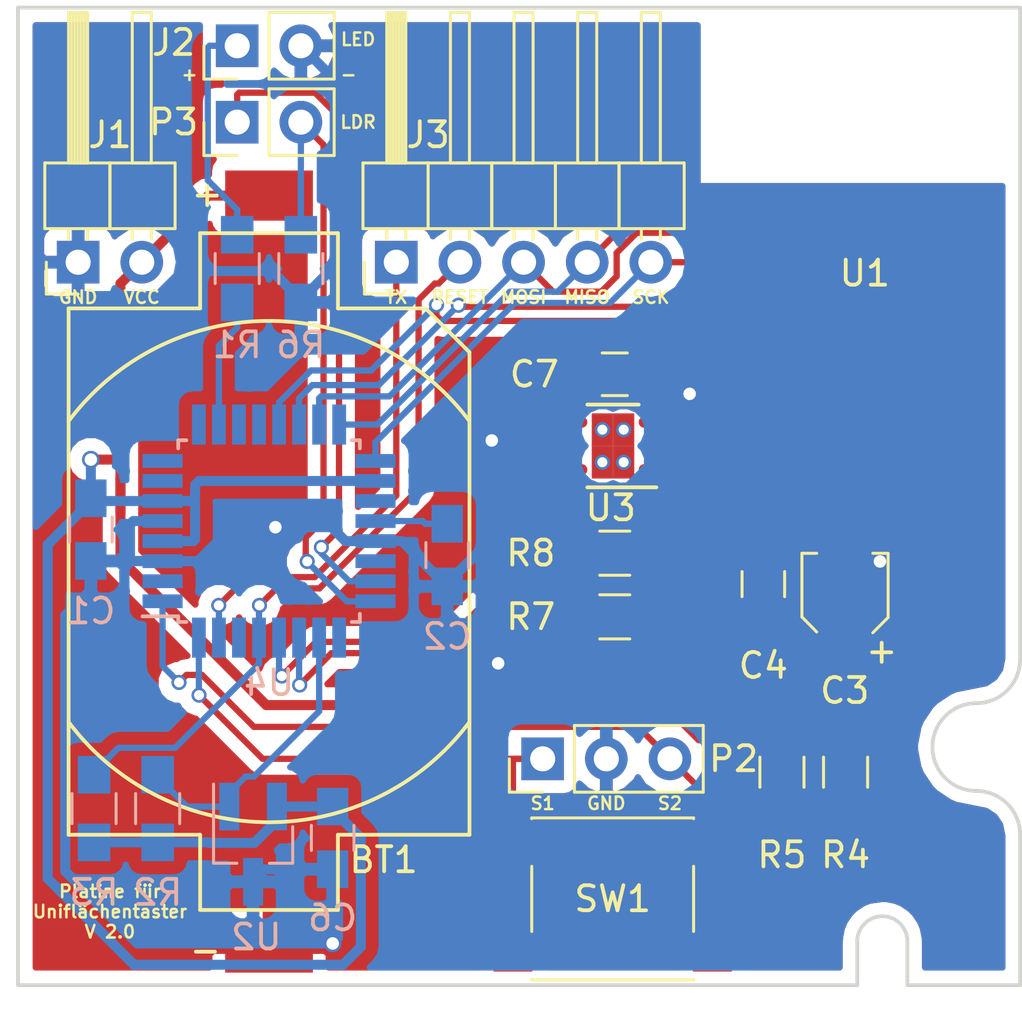
<source format=kicad_pcb>
(kicad_pcb (version 4) (host pcbnew 4.0.6-e0-6349~53~ubuntu16.04.1)

  (general
    (links 65)
    (no_connects 0)
    (area 149.924999 110.396999 190.175001 151.883)
    (thickness 1.6)
    (drawings 29)
    (tracks 314)
    (zones 0)
    (modules 25)
    (nets 20)
  )

  (page A4)
  (layers
    (0 F.Cu signal)
    (31 B.Cu signal)
    (32 B.Adhes user)
    (33 F.Adhes user)
    (34 B.Paste user)
    (35 F.Paste user)
    (36 B.SilkS user)
    (37 F.SilkS user)
    (38 B.Mask user)
    (39 F.Mask user)
    (40 Dwgs.User user)
    (41 Cmts.User user)
    (42 Eco1.User user)
    (43 Eco2.User user)
    (44 Edge.Cuts user)
    (45 Margin user)
    (46 B.CrtYd user)
    (47 F.CrtYd user)
    (48 B.Fab user)
    (49 F.Fab user)
  )

  (setup
    (last_trace_width 0.25)
    (user_trace_width 0.25)
    (user_trace_width 0.4)
    (trace_clearance 0.2)
    (zone_clearance 0.508)
    (zone_45_only yes)
    (trace_min 0.2)
    (segment_width 0.2)
    (edge_width 0.15)
    (via_size 0.6)
    (via_drill 0.4)
    (via_min_size 0.4)
    (via_min_drill 0.3)
    (uvia_size 0.3)
    (uvia_drill 0.1)
    (uvias_allowed no)
    (uvia_min_size 0.2)
    (uvia_min_drill 0.1)
    (pcb_text_width 0.3)
    (pcb_text_size 1.5 1.5)
    (mod_edge_width 0.15)
    (mod_text_size 1 1)
    (mod_text_width 0.15)
    (pad_size 1.63 0.45)
    (pad_drill 0)
    (pad_to_mask_clearance 0.2)
    (aux_axis_origin 190 150)
    (visible_elements FFFFEFFF)
    (pcbplotparams
      (layerselection 0x010f0_80000001)
      (usegerberextensions true)
      (excludeedgelayer true)
      (linewidth 0.100000)
      (plotframeref false)
      (viasonmask false)
      (mode 1)
      (useauxorigin false)
      (hpglpennumber 1)
      (hpglpenspeed 20)
      (hpglpendiameter 15)
      (hpglpenoverlay 2)
      (psnegative false)
      (psa4output false)
      (plotreference true)
      (plotvalue true)
      (plotinvisibletext false)
      (padsonsilk false)
      (subtractmaskfromsilk false)
      (outputformat 1)
      (mirror false)
      (drillshape 0)
      (scaleselection 1)
      (outputdirectory ""))
  )

  (net 0 "")
  (net 1 VCC)
  (net 2 GND)
  (net 3 "Net-(C2-Pad1)")
  (net 4 /RESET)
  (net 5 /S2)
  (net 6 /CE)
  (net 7 /CSN)
  (net 8 /MOSI)
  (net 9 /MISO)
  (net 10 /SCK)
  (net 11 /LDR_IN)
  (net 12 /LDR_VCC)
  (net 13 /ATSHA_SDA)
  (net 14 /SDA)
  (net 15 /SCL)
  (net 16 /TX)
  (net 17 /S1)
  (net 18 "Net-(J2-Pad1)")
  (net 19 "Net-(R1-Pad2)")

  (net_class Default "Dies ist die voreingestellte Netzklasse."
    (clearance 0.2)
    (trace_width 0.25)
    (via_dia 0.6)
    (via_drill 0.4)
    (uvia_dia 0.3)
    (uvia_drill 0.1)
    (add_net /ATSHA_SDA)
    (add_net /CE)
    (add_net /CSN)
    (add_net /LDR_IN)
    (add_net /LDR_VCC)
    (add_net /MISO)
    (add_net /MOSI)
    (add_net /RESET)
    (add_net /S1)
    (add_net /S2)
    (add_net /SCK)
    (add_net /SCL)
    (add_net /SDA)
    (add_net /TX)
    (add_net "Net-(C2-Pad1)")
    (add_net "Net-(J2-Pad1)")
    (add_net "Net-(R1-Pad2)")
  )

  (net_class power ""
    (clearance 0.3)
    (trace_width 0.4)
    (via_dia 0.7)
    (via_drill 0.5)
    (uvia_dia 0.3)
    (uvia_drill 0.1)
    (add_net GND)
    (add_net VCC)
  )

  (module Pin_Headers:Pin_Header_Straight_1x03_Pitch2.54mm (layer F.Cu) (tedit 58CD4EC1) (tstamp 590614E9)
    (at 170.942 140.97 90)
    (descr "Through hole straight pin header, 1x03, 2.54mm pitch, single row")
    (tags "Through hole pin header THT 1x03 2.54mm single row")
    (path /58EBE9FA)
    (fp_text reference P2 (at 0 7.62 180) (layer F.SilkS)
      (effects (font (size 1 1) (thickness 0.15)))
    )
    (fp_text value Switches (at 2.032 2.5 180) (layer F.Fab)
      (effects (font (size 1 1) (thickness 0.15)))
    )
    (fp_line (start -1.27 -1.27) (end -1.27 6.35) (layer F.Fab) (width 0.1))
    (fp_line (start -1.27 6.35) (end 1.27 6.35) (layer F.Fab) (width 0.1))
    (fp_line (start 1.27 6.35) (end 1.27 -1.27) (layer F.Fab) (width 0.1))
    (fp_line (start 1.27 -1.27) (end -1.27 -1.27) (layer F.Fab) (width 0.1))
    (fp_line (start -1.33 1.27) (end -1.33 6.41) (layer F.SilkS) (width 0.12))
    (fp_line (start -1.33 6.41) (end 1.33 6.41) (layer F.SilkS) (width 0.12))
    (fp_line (start 1.33 6.41) (end 1.33 1.27) (layer F.SilkS) (width 0.12))
    (fp_line (start 1.33 1.27) (end -1.33 1.27) (layer F.SilkS) (width 0.12))
    (fp_line (start -1.33 0) (end -1.33 -1.33) (layer F.SilkS) (width 0.12))
    (fp_line (start -1.33 -1.33) (end 0 -1.33) (layer F.SilkS) (width 0.12))
    (fp_line (start -1.8 -1.8) (end -1.8 6.85) (layer F.CrtYd) (width 0.05))
    (fp_line (start -1.8 6.85) (end 1.8 6.85) (layer F.CrtYd) (width 0.05))
    (fp_line (start 1.8 6.85) (end 1.8 -1.8) (layer F.CrtYd) (width 0.05))
    (fp_line (start 1.8 -1.8) (end -1.8 -1.8) (layer F.CrtYd) (width 0.05))
    (fp_text user %R (at 0 7.62 180) (layer F.Fab)
      (effects (font (size 1 1) (thickness 0.15)))
    )
    (pad 1 thru_hole rect (at 0 0 90) (size 1.7 1.7) (drill 1) (layers *.Cu *.Mask)
      (net 17 /S1))
    (pad 2 thru_hole oval (at 0 2.54 90) (size 1.7 1.7) (drill 1) (layers *.Cu *.Mask)
      (net 2 GND))
    (pad 3 thru_hole oval (at 0 5.08 90) (size 1.7 1.7) (drill 1) (layers *.Cu *.Mask)
      (net 5 /S2))
    (model ${KISYS3DMOD}/Pin_Headers.3dshapes/Pin_Header_Straight_1x03_Pitch2.54mm.wrl
      (at (xyz 0 -0.1 0))
      (scale (xyz 1 1 1))
      (rotate (xyz 0 0 90))
    )
  )

  (module battery_holders:CR2032-battery-holder (layer F.Cu) (tedit 58FFA26C) (tstamp 58FFA4C4)
    (at 160.02 133.5 90)
    (path /58DFACE5)
    (fp_text reference BT1 (at -11.5 4.572 180) (layer F.SilkS)
      (effects (font (size 1 1) (thickness 0.15)))
    )
    (fp_text value Battery_Cell (at 0 0 90) (layer F.Fab)
      (effects (font (size 1 1) (thickness 0.15)))
    )
    (fp_text user - (at -15.09 -2.54 180) (layer F.SilkS)
      (effects (font (size 1 1) (thickness 0.15)))
    )
    (fp_text user + (at 15 -2.54 90) (layer F.SilkS)
      (effects (font (size 1 1) (thickness 0.15)))
    )
    (fp_line (start 10.5 2.75) (end 10.5 6.25) (layer F.SilkS) (width 0.15))
    (fp_line (start 10.5 6.25) (end 8.75 8) (layer F.SilkS) (width 0.15))
    (fp_line (start 8.75 8) (end -10.5 8) (layer F.SilkS) (width 0.15))
    (fp_line (start -13.5 2.75) (end -10.5 2.75) (layer F.SilkS) (width 0.15))
    (fp_line (start -10.5 -2.75) (end -13.5 -2.75) (layer F.SilkS) (width 0.15))
    (fp_line (start -10.5 -8) (end 10.5 -8) (layer F.SilkS) (width 0.15))
    (fp_line (start 10.5 2.75) (end 13.5 2.75) (layer F.SilkS) (width 0.15))
    (fp_line (start 13.5 -2.75) (end 10.5 -2.75) (layer F.SilkS) (width 0.15))
    (fp_arc (start 0 0) (end 6 -8) (angle 106) (layer F.SilkS) (width 0.15))
    (fp_arc (start 0 0) (end -6 8) (angle 106) (layer F.SilkS) (width 0.15))
    (fp_line (start 13.5 -2.75) (end 13.5 2.75) (layer F.SilkS) (width 0.15))
    (fp_line (start 10.5 -8) (end 10.5 -2.75) (layer F.SilkS) (width 0.15))
    (fp_line (start -10.5 -8) (end -10.5 -2.75) (layer F.SilkS) (width 0.15))
    (fp_line (start -13.5 -2.75) (end -13.5 2.75) (layer F.SilkS) (width 0.15))
    (fp_line (start -10.5 2.75) (end -10.5 8) (layer F.SilkS) (width 0.15))
    (pad 1 smd rect (at 15 0 90) (size 2 3.5) (layers F.Cu F.Paste F.Mask)
      (net 1 VCC))
    (pad 2 smd rect (at -15 0 90) (size 2 3.5) (layers F.Cu F.Paste F.Mask)
      (net 2 GND))
  )

  (module Pin_Headers:Pin_Header_Straight_1x02_Pitch2.54mm (layer F.Cu) (tedit 594A1545) (tstamp 590614AA)
    (at 158.75 112.522 90)
    (descr "Through hole straight pin header, 1x02, 2.54mm pitch, single row")
    (tags "Through hole pin header THT 1x02 2.54mm single row")
    (path /58EEC681)
    (fp_text reference J2 (at 0.127 -2.54 180) (layer F.SilkS)
      (effects (font (size 1 1) (thickness 0.15)))
    )
    (fp_text value LED (at -0.508 -3.175 180) (layer F.Fab)
      (effects (font (size 1 1) (thickness 0.15)))
    )
    (fp_line (start -1.27 -1.27) (end -1.27 3.81) (layer F.Fab) (width 0.1))
    (fp_line (start -1.27 3.81) (end 1.27 3.81) (layer F.Fab) (width 0.1))
    (fp_line (start 1.27 3.81) (end 1.27 -1.27) (layer F.Fab) (width 0.1))
    (fp_line (start 1.27 -1.27) (end -1.27 -1.27) (layer F.Fab) (width 0.1))
    (fp_line (start -1.33 1.27) (end -1.33 3.87) (layer F.SilkS) (width 0.12))
    (fp_line (start -1.33 3.87) (end 1.33 3.87) (layer F.SilkS) (width 0.12))
    (fp_line (start 1.33 3.87) (end 1.33 1.27) (layer F.SilkS) (width 0.12))
    (fp_line (start 1.33 1.27) (end -1.33 1.27) (layer F.SilkS) (width 0.12))
    (fp_line (start -1.33 0) (end -1.33 -1.33) (layer F.SilkS) (width 0.12))
    (fp_line (start -1.33 -1.33) (end 0 -1.33) (layer F.SilkS) (width 0.12))
    (fp_line (start -1.8 -1.8) (end -1.8 4.35) (layer F.CrtYd) (width 0.05))
    (fp_line (start -1.8 4.35) (end 1.8 4.35) (layer F.CrtYd) (width 0.05))
    (fp_line (start 1.8 4.35) (end 1.8 -1.8) (layer F.CrtYd) (width 0.05))
    (fp_line (start 1.8 -1.8) (end -1.8 -1.8) (layer F.CrtYd) (width 0.05))
    (fp_text user %R (at 0.127 -2.54 180) (layer F.Fab)
      (effects (font (size 1 1) (thickness 0.15)))
    )
    (pad 1 thru_hole rect (at 0 0 90) (size 1.7 1.7) (drill 1) (layers *.Cu *.Mask)
      (net 18 "Net-(J2-Pad1)"))
    (pad 2 thru_hole oval (at 0 2.54 90) (size 1.7 1.7) (drill 1) (layers *.Cu *.Mask)
      (net 2 GND))
    (model ${KISYS3DMOD}/Pin_Headers.3dshapes/Pin_Header_Straight_1x02_Pitch2.54mm.wrl
      (at (xyz 0 -0.05 0))
      (scale (xyz 1 1 1))
      (rotate (xyz 0 0 90))
    )
  )

  (module Resistors_SMD:R_0805_HandSoldering (layer F.Cu) (tedit 58E0A804) (tstamp 59064EED)
    (at 173.8198 132.7658 180)
    (descr "Resistor SMD 0805, hand soldering")
    (tags "resistor 0805")
    (path /59062454)
    (attr smd)
    (fp_text reference R8 (at 3.35 0 180) (layer F.SilkS)
      (effects (font (size 1 1) (thickness 0.15)))
    )
    (fp_text value 10k (at -3.65 1 180) (layer F.Fab)
      (effects (font (size 1 1) (thickness 0.15)))
    )
    (fp_text user %R (at 0 0 360) (layer F.Fab)
      (effects (font (size 0.5 0.5) (thickness 0.075)))
    )
    (fp_line (start -1 0.62) (end -1 -0.62) (layer F.Fab) (width 0.1))
    (fp_line (start 1 0.62) (end -1 0.62) (layer F.Fab) (width 0.1))
    (fp_line (start 1 -0.62) (end 1 0.62) (layer F.Fab) (width 0.1))
    (fp_line (start -1 -0.62) (end 1 -0.62) (layer F.Fab) (width 0.1))
    (fp_line (start 0.6 0.88) (end -0.6 0.88) (layer F.SilkS) (width 0.12))
    (fp_line (start -0.6 -0.88) (end 0.6 -0.88) (layer F.SilkS) (width 0.12))
    (fp_line (start -2.35 -0.9) (end 2.35 -0.9) (layer F.CrtYd) (width 0.05))
    (fp_line (start -2.35 -0.9) (end -2.35 0.9) (layer F.CrtYd) (width 0.05))
    (fp_line (start 2.35 0.9) (end 2.35 -0.9) (layer F.CrtYd) (width 0.05))
    (fp_line (start 2.35 0.9) (end -2.35 0.9) (layer F.CrtYd) (width 0.05))
    (pad 1 smd rect (at -1.35 0 180) (size 1.5 1.3) (layers F.Cu F.Paste F.Mask)
      (net 1 VCC))
    (pad 2 smd rect (at 1.35 0 180) (size 1.5 1.3) (layers F.Cu F.Paste F.Mask)
      (net 15 /SCL))
    (model ${KISYS3DMOD}/Resistors_SMD.3dshapes/R_0805.wrl
      (at (xyz 0 0 0))
      (scale (xyz 1 1 1))
      (rotate (xyz 0 0 0))
    )
  )

  (module Capacitors_SMD:C_0805_HandSoldering (layer F.Cu) (tedit 58AA84A8) (tstamp 59064D63)
    (at 173.8198 125.6284)
    (descr "Capacitor SMD 0805, hand soldering")
    (tags "capacitor 0805")
    (path /59062247)
    (attr smd)
    (fp_text reference C7 (at -3.208 0 180) (layer F.SilkS)
      (effects (font (size 1 1) (thickness 0.15)))
    )
    (fp_text value 100nF (at 4.5 -1.25) (layer F.Fab)
      (effects (font (size 1 1) (thickness 0.15)))
    )
    (fp_text user %R (at -3.208 0 180) (layer F.Fab)
      (effects (font (size 1 1) (thickness 0.15)))
    )
    (fp_line (start -1 0.62) (end -1 -0.62) (layer F.Fab) (width 0.1))
    (fp_line (start 1 0.62) (end -1 0.62) (layer F.Fab) (width 0.1))
    (fp_line (start 1 -0.62) (end 1 0.62) (layer F.Fab) (width 0.1))
    (fp_line (start -1 -0.62) (end 1 -0.62) (layer F.Fab) (width 0.1))
    (fp_line (start 0.5 -0.85) (end -0.5 -0.85) (layer F.SilkS) (width 0.12))
    (fp_line (start -0.5 0.85) (end 0.5 0.85) (layer F.SilkS) (width 0.12))
    (fp_line (start -2.25 -0.88) (end 2.25 -0.88) (layer F.CrtYd) (width 0.05))
    (fp_line (start -2.25 -0.88) (end -2.25 0.87) (layer F.CrtYd) (width 0.05))
    (fp_line (start 2.25 0.87) (end 2.25 -0.88) (layer F.CrtYd) (width 0.05))
    (fp_line (start 2.25 0.87) (end -2.25 0.87) (layer F.CrtYd) (width 0.05))
    (pad 1 smd rect (at -1.25 0) (size 1.5 1.25) (layers F.Cu F.Paste F.Mask)
      (net 1 VCC))
    (pad 2 smd rect (at 1.25 0) (size 1.5 1.25) (layers F.Cu F.Paste F.Mask)
      (net 2 GND))
    (model Capacitors_SMD.3dshapes/C_0805.wrl
      (at (xyz 0 0 0))
      (scale (xyz 1 1 1))
      (rotate (xyz 0 0 0))
    )
  )

  (module Housings_DFN_QFN:DFN-6-1EP_3x3mm_Pitch0.95mm (layer F.Cu) (tedit 594F82C9) (tstamp 59064F06)
    (at 173.7498 128.4884 180)
    (descr "DFN6 3*3 MM, 0.95 PITCH; CASE 506AH-01 (see ON Semiconductor 506AH.PDF)")
    (tags "DFN 0.95")
    (path /590618EB)
    (attr smd)
    (fp_text reference U3 (at 0.09 -2.474 180) (layer F.SilkS)
      (effects (font (size 1 1) (thickness 0.15)))
    )
    (fp_text value Si7021 (at 2.925 0.1 270) (layer F.Fab)
      (effects (font (size 1 1) (thickness 0.15)))
    )
    (fp_line (start -0.5 -1.5) (end 1.5 -1.5) (layer F.Fab) (width 0.15))
    (fp_line (start 1.5 -1.5) (end 1.5 1.5) (layer F.Fab) (width 0.15))
    (fp_line (start 1.5 1.5) (end -1.5 1.5) (layer F.Fab) (width 0.15))
    (fp_line (start -1.5 1.5) (end -1.5 -0.5) (layer F.Fab) (width 0.15))
    (fp_line (start -1.5 -0.5) (end -0.5 -1.5) (layer F.Fab) (width 0.15))
    (fp_line (start -1.9 -1.85) (end -1.9 1.85) (layer F.CrtYd) (width 0.05))
    (fp_line (start 1.9 -1.85) (end 1.9 1.85) (layer F.CrtYd) (width 0.05))
    (fp_line (start -1.9 -1.85) (end 1.9 -1.85) (layer F.CrtYd) (width 0.05))
    (fp_line (start -1.9 1.85) (end 1.9 1.85) (layer F.CrtYd) (width 0.05))
    (fp_line (start -1.025 1.65) (end 1.025 1.65) (layer F.SilkS) (width 0.15))
    (fp_line (start -1.73 -1.65) (end 1.025 -1.65) (layer F.SilkS) (width 0.15))
    (pad 1 smd oval (at -1.84 -0.95 180) (size 1.63 0.45) (layers F.Cu F.Paste F.Mask)
      (net 14 /SDA))
    (pad 2 smd oval (at -1.84 0 180) (size 1.63 0.45) (layers F.Cu F.Paste F.Mask)
      (net 2 GND))
    (pad 3 smd oval (at -1.84 0.95 180) (size 1.63 0.45) (layers F.Cu F.Paste F.Mask))
    (pad 4 smd oval (at 1.84 0.95 180) (size 1.63 0.45) (layers F.Cu F.Paste F.Mask))
    (pad 5 smd oval (at 1.84 0 180) (size 1.63 0.45) (layers F.Cu F.Paste F.Mask)
      (net 1 VCC))
    (pad 6 smd oval (at 1.84 -0.95 180) (size 1.63 0.45) (layers F.Cu F.Paste F.Mask)
      (net 15 /SCL))
    (pad 7 smd rect (at 0.425 0.65 180) (size 0.85 1.3) (layers F.Cu F.Paste F.Mask)
      (solder_paste_margin_ratio -0.2))
    (pad 7 smd rect (at 0.425 -0.65 180) (size 0.85 1.3) (layers F.Cu F.Paste F.Mask)
      (solder_paste_margin_ratio -0.2))
    (pad 7 smd rect (at -0.425 0.65 180) (size 0.85 1.3) (layers F.Cu F.Paste F.Mask)
      (solder_paste_margin_ratio -0.2))
    (pad 7 smd rect (at -0.425 -0.65 180) (size 0.85 1.3) (layers F.Cu F.Paste F.Mask)
      (solder_paste_margin_ratio -0.2))
    (model Housings_DFN_QFN.3dshapes/DFN-6-1EP_3x3mm_Pitch0.95mm.wrl
      (at (xyz 0 0 0))
      (scale (xyz 1 1 1))
      (rotate (xyz 0 0 0))
    )
  )

  (module Resistors_SMD:R_0805_HandSoldering (layer F.Cu) (tedit 58E0A804) (tstamp 59064EDC)
    (at 173.8198 135.3058 180)
    (descr "Resistor SMD 0805, hand soldering")
    (tags "resistor 0805")
    (path /5906240B)
    (attr smd)
    (fp_text reference R7 (at 3.35 0 180) (layer F.SilkS)
      (effects (font (size 1 1) (thickness 0.15)))
    )
    (fp_text value 10k (at -3.65 1.25 180) (layer F.Fab)
      (effects (font (size 1 1) (thickness 0.15)))
    )
    (fp_text user %R (at 0 0 180) (layer F.Fab)
      (effects (font (size 0.5 0.5) (thickness 0.075)))
    )
    (fp_line (start -1 0.62) (end -1 -0.62) (layer F.Fab) (width 0.1))
    (fp_line (start 1 0.62) (end -1 0.62) (layer F.Fab) (width 0.1))
    (fp_line (start 1 -0.62) (end 1 0.62) (layer F.Fab) (width 0.1))
    (fp_line (start -1 -0.62) (end 1 -0.62) (layer F.Fab) (width 0.1))
    (fp_line (start 0.6 0.88) (end -0.6 0.88) (layer F.SilkS) (width 0.12))
    (fp_line (start -0.6 -0.88) (end 0.6 -0.88) (layer F.SilkS) (width 0.12))
    (fp_line (start -2.35 -0.9) (end 2.35 -0.9) (layer F.CrtYd) (width 0.05))
    (fp_line (start -2.35 -0.9) (end -2.35 0.9) (layer F.CrtYd) (width 0.05))
    (fp_line (start 2.35 0.9) (end 2.35 -0.9) (layer F.CrtYd) (width 0.05))
    (fp_line (start 2.35 0.9) (end -2.35 0.9) (layer F.CrtYd) (width 0.05))
    (pad 1 smd rect (at -1.35 0 180) (size 1.5 1.3) (layers F.Cu F.Paste F.Mask)
      (net 1 VCC))
    (pad 2 smd rect (at 1.35 0 180) (size 1.5 1.3) (layers F.Cu F.Paste F.Mask)
      (net 14 /SDA))
    (model ${KISYS3DMOD}/Resistors_SMD.3dshapes/R_0805.wrl
      (at (xyz 0 0 0))
      (scale (xyz 1 1 1))
      (rotate (xyz 0 0 0))
    )
  )

  (module mysensors_radios:NRF24L01-SMD (layer F.Cu) (tedit 574A9E44) (tstamp 58FFA575)
    (at 183.8 120.5)
    (path /58E0C836)
    (fp_text reference U1 (at 0 1.1) (layer F.SilkS)
      (effects (font (size 1 1) (thickness 0.15)))
    )
    (fp_text value NRF24L01 (at 0 -4.8) (layer F.Fab)
      (effects (font (size 1 1) (thickness 0.15)))
    )
    (fp_line (start -6 -2.8) (end 6 -2.8) (layer F.CrtYd) (width 0.15))
    (fp_line (start -6 8.7) (end -6 -9.3) (layer F.CrtYd) (width 0.15))
    (fp_line (start 6 8.7) (end -6 8.7) (layer F.CrtYd) (width 0.15))
    (fp_line (start 6 -9.3) (end 6 8.7) (layer F.CrtYd) (width 0.15))
    (fp_line (start -6 -9.3) (end 6 -9.3) (layer F.CrtYd) (width 0.15))
    (pad 2 smd rect (at -4.4 8.7) (size 1 2) (layers F.Cu F.Paste F.Mask)
      (net 1 VCC))
    (pad 1 smd rect (at -3.13 8.7) (size 1 2) (layers F.Cu F.Paste F.Mask)
      (net 2 GND))
    (pad 3 smd rect (at -1.86 8.7) (size 1 2) (layers F.Cu F.Paste F.Mask)
      (net 6 /CE))
    (pad 4 smd rect (at -0.59 8.7) (size 1 2) (layers F.Cu F.Paste F.Mask)
      (net 7 /CSN))
    (pad 5 smd rect (at 0.68 8.7) (size 1 2) (layers F.Cu F.Paste F.Mask)
      (net 10 /SCK))
    (pad 6 smd rect (at 1.95 8.7) (size 1 2) (layers F.Cu F.Paste F.Mask)
      (net 8 /MOSI))
    (pad 7 smd rect (at 3.22 8.7) (size 1 2) (layers F.Cu F.Paste F.Mask)
      (net 9 /MISO))
    (pad 8 smd rect (at 4.49 8.7) (size 1 2) (layers F.Cu F.Paste F.Mask))
    (model ${MYSLOCAL}/mysensors.3dshapes/mysensors_radios.3dshapes/nrf24smd.wrl
      (at (xyz -5.7625 2.9 0.03))
      (scale (xyz 0.395 0.395 0.395))
      (rotate (xyz 0 0 0))
    )
    (model Housings_DFN_QFN.3dshapes/QFN-20-1EP_5x5mm_Pitch0.65mm.wrl
      (at (xyz 0.0165 -0.109 0.062))
      (scale (xyz 1 1 1))
      (rotate (xyz 0 0 0))
    )
  )

  (module Capacitors_SMD:C_0805_HandSoldering (layer B.Cu) (tedit 58AA84A8) (tstamp 58FFA4CA)
    (at 152.908 131.826 270)
    (descr "Capacitor SMD 0805, hand soldering")
    (tags "capacitor 0805")
    (path /58DFB06A)
    (attr smd)
    (fp_text reference C1 (at 3.25 0 360) (layer B.SilkS)
      (effects (font (size 1 1) (thickness 0.15)) (justify mirror))
    )
    (fp_text value 100nF (at 0 -1.75 270) (layer B.Fab)
      (effects (font (size 1 1) (thickness 0.15)) (justify mirror))
    )
    (fp_text user %R (at 3.25 0 360) (layer B.Fab)
      (effects (font (size 1 1) (thickness 0.15)) (justify mirror))
    )
    (fp_line (start -1 -0.62) (end -1 0.62) (layer B.Fab) (width 0.1))
    (fp_line (start 1 -0.62) (end -1 -0.62) (layer B.Fab) (width 0.1))
    (fp_line (start 1 0.62) (end 1 -0.62) (layer B.Fab) (width 0.1))
    (fp_line (start -1 0.62) (end 1 0.62) (layer B.Fab) (width 0.1))
    (fp_line (start 0.5 0.85) (end -0.5 0.85) (layer B.SilkS) (width 0.12))
    (fp_line (start -0.5 -0.85) (end 0.5 -0.85) (layer B.SilkS) (width 0.12))
    (fp_line (start -2.25 0.88) (end 2.25 0.88) (layer B.CrtYd) (width 0.05))
    (fp_line (start -2.25 0.88) (end -2.25 -0.87) (layer B.CrtYd) (width 0.05))
    (fp_line (start 2.25 -0.87) (end 2.25 0.88) (layer B.CrtYd) (width 0.05))
    (fp_line (start 2.25 -0.87) (end -2.25 -0.87) (layer B.CrtYd) (width 0.05))
    (pad 1 smd rect (at -1.25 0 270) (size 1.5 1.25) (layers B.Cu B.Paste B.Mask)
      (net 1 VCC))
    (pad 2 smd rect (at 1.25 0 270) (size 1.5 1.25) (layers B.Cu B.Paste B.Mask)
      (net 2 GND))
    (model Capacitors_SMD.3dshapes/C_0805.wrl
      (at (xyz 0 0 0))
      (scale (xyz 1 1 1))
      (rotate (xyz 0 0 0))
    )
  )

  (module Capacitors_SMD:C_0805_HandSoldering (layer B.Cu) (tedit 58AA84A8) (tstamp 58FFA4D0)
    (at 167.132 132.842 270)
    (descr "Capacitor SMD 0805, hand soldering")
    (tags "capacitor 0805")
    (path /58DAE78D)
    (attr smd)
    (fp_text reference C2 (at 3.25 0 360) (layer B.SilkS)
      (effects (font (size 1 1) (thickness 0.15)) (justify mirror))
    )
    (fp_text value 100nF (at 0 -1.75 270) (layer B.Fab)
      (effects (font (size 1 1) (thickness 0.15)) (justify mirror))
    )
    (fp_text user %R (at 3.25 0 360) (layer B.Fab)
      (effects (font (size 1 1) (thickness 0.15)) (justify mirror))
    )
    (fp_line (start -1 -0.62) (end -1 0.62) (layer B.Fab) (width 0.1))
    (fp_line (start 1 -0.62) (end -1 -0.62) (layer B.Fab) (width 0.1))
    (fp_line (start 1 0.62) (end 1 -0.62) (layer B.Fab) (width 0.1))
    (fp_line (start -1 0.62) (end 1 0.62) (layer B.Fab) (width 0.1))
    (fp_line (start 0.5 0.85) (end -0.5 0.85) (layer B.SilkS) (width 0.12))
    (fp_line (start -0.5 -0.85) (end 0.5 -0.85) (layer B.SilkS) (width 0.12))
    (fp_line (start -2.25 0.88) (end 2.25 0.88) (layer B.CrtYd) (width 0.05))
    (fp_line (start -2.25 0.88) (end -2.25 -0.87) (layer B.CrtYd) (width 0.05))
    (fp_line (start 2.25 -0.87) (end 2.25 0.88) (layer B.CrtYd) (width 0.05))
    (fp_line (start 2.25 -0.87) (end -2.25 -0.87) (layer B.CrtYd) (width 0.05))
    (pad 1 smd rect (at -1.25 0 270) (size 1.5 1.25) (layers B.Cu B.Paste B.Mask)
      (net 3 "Net-(C2-Pad1)"))
    (pad 2 smd rect (at 1.25 0 270) (size 1.5 1.25) (layers B.Cu B.Paste B.Mask)
      (net 2 GND))
    (model Capacitors_SMD.3dshapes/C_0805.wrl
      (at (xyz 0 0 0))
      (scale (xyz 1 1 1))
      (rotate (xyz 0 0 0))
    )
  )

  (module Capacitors_SMD:CP_Elec_3x5.3 (layer F.Cu) (tedit 58AA85CF) (tstamp 58FFA4D6)
    (at 183 134.5 90)
    (descr "SMT capacitor, aluminium electrolytic, 3x5.3")
    (path /58F8CAD2)
    (attr smd)
    (fp_text reference C3 (at -3.75 0 180) (layer F.SilkS)
      (effects (font (size 1 1) (thickness 0.15)))
    )
    (fp_text value 4.7uF (at 1 2.75 90) (layer F.Fab)
      (effects (font (size 1 1) (thickness 0.15)))
    )
    (fp_circle (center 0 0) (end 0.3 1.5) (layer F.Fab) (width 0.1))
    (fp_text user + (at -0.94 -0.08 90) (layer F.Fab)
      (effects (font (size 1 1) (thickness 0.15)))
    )
    (fp_text user + (at -2.22 1.4 90) (layer F.SilkS)
      (effects (font (size 1 1) (thickness 0.15)))
    )
    (fp_text user %R (at -3.75 0 180) (layer F.Fab)
      (effects (font (size 1 1) (thickness 0.15)))
    )
    (fp_line (start -1.56 -0.75) (end -1.56 0.77) (layer F.Fab) (width 0.1))
    (fp_line (start -0.75 -1.56) (end -1.56 -0.75) (layer F.Fab) (width 0.1))
    (fp_line (start -0.76 1.57) (end -1.56 0.77) (layer F.Fab) (width 0.1))
    (fp_line (start 1.57 1.57) (end 1.57 -1.56) (layer F.Fab) (width 0.1))
    (fp_line (start 1.56 1.57) (end -0.76 1.57) (layer F.Fab) (width 0.1))
    (fp_line (start 1.57 -1.56) (end -0.75 -1.56) (layer F.Fab) (width 0.1))
    (fp_line (start -0.83 1.73) (end -1.44 1.12) (layer F.SilkS) (width 0.12))
    (fp_line (start 1.73 1.73) (end 1.73 1.12) (layer F.SilkS) (width 0.12))
    (fp_line (start -0.81 -1.71) (end -1.41 -1.12) (layer F.SilkS) (width 0.12))
    (fp_line (start 1.73 -1.71) (end 1.73 -1.12) (layer F.SilkS) (width 0.12))
    (fp_line (start -0.83 1.73) (end 1.71 1.73) (layer F.SilkS) (width 0.12))
    (fp_line (start 1.73 -1.71) (end -0.81 -1.71) (layer F.SilkS) (width 0.12))
    (fp_line (start -2.85 -1.82) (end 2.85 -1.82) (layer F.CrtYd) (width 0.05))
    (fp_line (start -2.85 -1.82) (end -2.85 1.82) (layer F.CrtYd) (width 0.05))
    (fp_line (start 2.85 1.82) (end 2.85 -1.82) (layer F.CrtYd) (width 0.05))
    (fp_line (start 2.85 1.82) (end -2.85 1.82) (layer F.CrtYd) (width 0.05))
    (pad 2 smd rect (at 1.5 0 90) (size 2.2 1.6) (layers F.Cu F.Paste F.Mask)
      (net 2 GND))
    (pad 1 smd rect (at -1.5 0 90) (size 2.2 1.6) (layers F.Cu F.Paste F.Mask)
      (net 1 VCC))
    (model Capacitors_SMD.3dshapes/CP_Elec_3x5.3.wrl
      (at (xyz 0 0 0))
      (scale (xyz 1 1 1))
      (rotate (xyz 0 0 180))
    )
  )

  (module Capacitors_SMD:C_0805_HandSoldering (layer F.Cu) (tedit 58AA84A8) (tstamp 58FFA4DC)
    (at 179.75 134 90)
    (descr "Capacitor SMD 0805, hand soldering")
    (tags "capacitor 0805")
    (path /58DAEABC)
    (attr smd)
    (fp_text reference C4 (at -3.25 0 180) (layer F.SilkS)
      (effects (font (size 1 1) (thickness 0.15)))
    )
    (fp_text value 100nF (at 0.25 -1.5 270) (layer F.Fab)
      (effects (font (size 1 1) (thickness 0.15)))
    )
    (fp_text user %R (at -3.25 0 180) (layer F.Fab)
      (effects (font (size 1 1) (thickness 0.15)))
    )
    (fp_line (start -1 0.62) (end -1 -0.62) (layer F.Fab) (width 0.1))
    (fp_line (start 1 0.62) (end -1 0.62) (layer F.Fab) (width 0.1))
    (fp_line (start 1 -0.62) (end 1 0.62) (layer F.Fab) (width 0.1))
    (fp_line (start -1 -0.62) (end 1 -0.62) (layer F.Fab) (width 0.1))
    (fp_line (start 0.5 -0.85) (end -0.5 -0.85) (layer F.SilkS) (width 0.12))
    (fp_line (start -0.5 0.85) (end 0.5 0.85) (layer F.SilkS) (width 0.12))
    (fp_line (start -2.25 -0.88) (end 2.25 -0.88) (layer F.CrtYd) (width 0.05))
    (fp_line (start -2.25 -0.88) (end -2.25 0.87) (layer F.CrtYd) (width 0.05))
    (fp_line (start 2.25 0.87) (end 2.25 -0.88) (layer F.CrtYd) (width 0.05))
    (fp_line (start 2.25 0.87) (end -2.25 0.87) (layer F.CrtYd) (width 0.05))
    (pad 1 smd rect (at -1.25 0 90) (size 1.5 1.25) (layers F.Cu F.Paste F.Mask)
      (net 1 VCC))
    (pad 2 smd rect (at 1.25 0 90) (size 1.5 1.25) (layers F.Cu F.Paste F.Mask)
      (net 2 GND))
    (model Capacitors_SMD.3dshapes/C_0805.wrl
      (at (xyz 0 0 0))
      (scale (xyz 1 1 1))
      (rotate (xyz 0 0 0))
    )
  )

  (module Capacitors_SMD:C_0805_HandSoldering (layer B.Cu) (tedit 58AA84A8) (tstamp 58FFA4E8)
    (at 162.56 144.125 270)
    (descr "Capacitor SMD 0805, hand soldering")
    (tags "capacitor 0805")
    (path /58E0EE2A)
    (attr smd)
    (fp_text reference C6 (at 3.195 0 360) (layer B.SilkS)
      (effects (font (size 1 1) (thickness 0.15)) (justify mirror))
    )
    (fp_text value 100nF (at 0 -1.75 270) (layer B.Fab)
      (effects (font (size 1 1) (thickness 0.15)) (justify mirror))
    )
    (fp_text user %R (at 3.195 0 360) (layer B.Fab)
      (effects (font (size 1 1) (thickness 0.15)) (justify mirror))
    )
    (fp_line (start -1 -0.62) (end -1 0.62) (layer B.Fab) (width 0.1))
    (fp_line (start 1 -0.62) (end -1 -0.62) (layer B.Fab) (width 0.1))
    (fp_line (start 1 0.62) (end 1 -0.62) (layer B.Fab) (width 0.1))
    (fp_line (start -1 0.62) (end 1 0.62) (layer B.Fab) (width 0.1))
    (fp_line (start 0.5 0.85) (end -0.5 0.85) (layer B.SilkS) (width 0.12))
    (fp_line (start -0.5 -0.85) (end 0.5 -0.85) (layer B.SilkS) (width 0.12))
    (fp_line (start -2.25 0.88) (end 2.25 0.88) (layer B.CrtYd) (width 0.05))
    (fp_line (start -2.25 0.88) (end -2.25 -0.87) (layer B.CrtYd) (width 0.05))
    (fp_line (start 2.25 -0.87) (end 2.25 0.88) (layer B.CrtYd) (width 0.05))
    (fp_line (start 2.25 -0.87) (end -2.25 -0.87) (layer B.CrtYd) (width 0.05))
    (pad 1 smd rect (at -1.25 0 270) (size 1.5 1.25) (layers B.Cu B.Paste B.Mask)
      (net 1 VCC))
    (pad 2 smd rect (at 1.25 0 270) (size 1.5 1.25) (layers B.Cu B.Paste B.Mask)
      (net 2 GND))
    (model Capacitors_SMD.3dshapes/C_0805.wrl
      (at (xyz 0 0 0))
      (scale (xyz 1 1 1))
      (rotate (xyz 0 0 0))
    )
  )

  (module Resistors_SMD:R_0805_HandSoldering (layer B.Cu) (tedit 58E0A804) (tstamp 58FFA54B)
    (at 158.75 121.412 270)
    (descr "Resistor SMD 0805, hand soldering")
    (tags "resistor 0805")
    (path /58EEC272)
    (attr smd)
    (fp_text reference R1 (at 3.048 0 360) (layer B.SilkS)
      (effects (font (size 1 1) (thickness 0.15)) (justify mirror))
    )
    (fp_text value 220 (at 0 1.524 270) (layer B.Fab)
      (effects (font (size 1 1) (thickness 0.15)) (justify mirror))
    )
    (fp_text user %R (at 0 0 270) (layer B.Fab)
      (effects (font (size 0.5 0.5) (thickness 0.075)) (justify mirror))
    )
    (fp_line (start -1 -0.62) (end -1 0.62) (layer B.Fab) (width 0.1))
    (fp_line (start 1 -0.62) (end -1 -0.62) (layer B.Fab) (width 0.1))
    (fp_line (start 1 0.62) (end 1 -0.62) (layer B.Fab) (width 0.1))
    (fp_line (start -1 0.62) (end 1 0.62) (layer B.Fab) (width 0.1))
    (fp_line (start 0.6 -0.88) (end -0.6 -0.88) (layer B.SilkS) (width 0.12))
    (fp_line (start -0.6 0.88) (end 0.6 0.88) (layer B.SilkS) (width 0.12))
    (fp_line (start -2.35 0.9) (end 2.35 0.9) (layer B.CrtYd) (width 0.05))
    (fp_line (start -2.35 0.9) (end -2.35 -0.9) (layer B.CrtYd) (width 0.05))
    (fp_line (start 2.35 -0.9) (end 2.35 0.9) (layer B.CrtYd) (width 0.05))
    (fp_line (start 2.35 -0.9) (end -2.35 -0.9) (layer B.CrtYd) (width 0.05))
    (pad 1 smd rect (at -1.35 0 270) (size 1.5 1.3) (layers B.Cu B.Paste B.Mask)
      (net 18 "Net-(J2-Pad1)"))
    (pad 2 smd rect (at 1.35 0 270) (size 1.5 1.3) (layers B.Cu B.Paste B.Mask)
      (net 19 "Net-(R1-Pad2)"))
    (model ${KISYS3DMOD}/Resistors_SMD.3dshapes/R_0805.wrl
      (at (xyz 0 0 0))
      (scale (xyz 1 1 1))
      (rotate (xyz 0 0 0))
    )
  )

  (module Resistors_SMD:R_0805_HandSoldering (layer B.Cu) (tedit 58E0A804) (tstamp 58FFA551)
    (at 155.575 142.955 270)
    (descr "Resistor SMD 0805, hand soldering")
    (tags "resistor 0805")
    (path /58E0EF6A)
    (attr smd)
    (fp_text reference R2 (at 3.349 0 540) (layer B.SilkS)
      (effects (font (size 1 1) (thickness 0.15)) (justify mirror))
    )
    (fp_text value 10k (at 0 -1.75 270) (layer B.Fab)
      (effects (font (size 1 1) (thickness 0.15)) (justify mirror))
    )
    (fp_text user %R (at 0 0 270) (layer B.Fab)
      (effects (font (size 0.5 0.5) (thickness 0.075)) (justify mirror))
    )
    (fp_line (start -1 -0.62) (end -1 0.62) (layer B.Fab) (width 0.1))
    (fp_line (start 1 -0.62) (end -1 -0.62) (layer B.Fab) (width 0.1))
    (fp_line (start 1 0.62) (end 1 -0.62) (layer B.Fab) (width 0.1))
    (fp_line (start -1 0.62) (end 1 0.62) (layer B.Fab) (width 0.1))
    (fp_line (start 0.6 -0.88) (end -0.6 -0.88) (layer B.SilkS) (width 0.12))
    (fp_line (start -0.6 0.88) (end 0.6 0.88) (layer B.SilkS) (width 0.12))
    (fp_line (start -2.35 0.9) (end 2.35 0.9) (layer B.CrtYd) (width 0.05))
    (fp_line (start -2.35 0.9) (end -2.35 -0.9) (layer B.CrtYd) (width 0.05))
    (fp_line (start 2.35 -0.9) (end 2.35 0.9) (layer B.CrtYd) (width 0.05))
    (fp_line (start 2.35 -0.9) (end -2.35 -0.9) (layer B.CrtYd) (width 0.05))
    (pad 1 smd rect (at -1.35 0 270) (size 1.5 1.3) (layers B.Cu B.Paste B.Mask)
      (net 13 /ATSHA_SDA))
    (pad 2 smd rect (at 1.35 0 270) (size 1.5 1.3) (layers B.Cu B.Paste B.Mask)
      (net 1 VCC))
    (model ${KISYS3DMOD}/Resistors_SMD.3dshapes/R_0805.wrl
      (at (xyz 0 0 0))
      (scale (xyz 1 1 1))
      (rotate (xyz 0 0 0))
    )
  )

  (module Resistors_SMD:R_0805_HandSoldering (layer B.Cu) (tedit 58E0A804) (tstamp 58FFA557)
    (at 153.035 142.955 90)
    (descr "Resistor SMD 0805, hand soldering")
    (tags "resistor 0805")
    (path /58DAE5D5)
    (attr smd)
    (fp_text reference R3 (at -3.349 0 360) (layer B.SilkS)
      (effects (font (size 1 1) (thickness 0.15)) (justify mirror))
    )
    (fp_text value 10k (at 0 -1.75 90) (layer B.Fab)
      (effects (font (size 1 1) (thickness 0.15)) (justify mirror))
    )
    (fp_text user %R (at 0 0 90) (layer B.Fab)
      (effects (font (size 0.5 0.5) (thickness 0.075)) (justify mirror))
    )
    (fp_line (start -1 -0.62) (end -1 0.62) (layer B.Fab) (width 0.1))
    (fp_line (start 1 -0.62) (end -1 -0.62) (layer B.Fab) (width 0.1))
    (fp_line (start 1 0.62) (end 1 -0.62) (layer B.Fab) (width 0.1))
    (fp_line (start -1 0.62) (end 1 0.62) (layer B.Fab) (width 0.1))
    (fp_line (start 0.6 -0.88) (end -0.6 -0.88) (layer B.SilkS) (width 0.12))
    (fp_line (start -0.6 0.88) (end 0.6 0.88) (layer B.SilkS) (width 0.12))
    (fp_line (start -2.35 0.9) (end 2.35 0.9) (layer B.CrtYd) (width 0.05))
    (fp_line (start -2.35 0.9) (end -2.35 -0.9) (layer B.CrtYd) (width 0.05))
    (fp_line (start 2.35 -0.9) (end 2.35 0.9) (layer B.CrtYd) (width 0.05))
    (fp_line (start 2.35 -0.9) (end -2.35 -0.9) (layer B.CrtYd) (width 0.05))
    (pad 1 smd rect (at -1.35 0 90) (size 1.5 1.3) (layers B.Cu B.Paste B.Mask)
      (net 1 VCC))
    (pad 2 smd rect (at 1.35 0 90) (size 1.5 1.3) (layers B.Cu B.Paste B.Mask)
      (net 4 /RESET))
    (model ${KISYS3DMOD}/Resistors_SMD.3dshapes/R_0805.wrl
      (at (xyz 0 0 0))
      (scale (xyz 1 1 1))
      (rotate (xyz 0 0 0))
    )
  )

  (module Resistors_SMD:R_0805_HandSoldering (layer F.Cu) (tedit 58E0A804) (tstamp 58FFA55D)
    (at 183.0324 141.5034 270)
    (descr "Resistor SMD 0805, hand soldering")
    (tags "resistor 0805")
    (path /58EC1532)
    (attr smd)
    (fp_text reference R4 (at 3.302 0 360) (layer F.SilkS)
      (effects (font (size 1 1) (thickness 0.15)))
    )
    (fp_text value 10k (at 0.9 -1.75 270) (layer F.Fab)
      (effects (font (size 1 1) (thickness 0.15)))
    )
    (fp_text user %R (at 0 0 270) (layer F.Fab)
      (effects (font (size 0.5 0.5) (thickness 0.075)))
    )
    (fp_line (start -1 0.62) (end -1 -0.62) (layer F.Fab) (width 0.1))
    (fp_line (start 1 0.62) (end -1 0.62) (layer F.Fab) (width 0.1))
    (fp_line (start 1 -0.62) (end 1 0.62) (layer F.Fab) (width 0.1))
    (fp_line (start -1 -0.62) (end 1 -0.62) (layer F.Fab) (width 0.1))
    (fp_line (start 0.6 0.88) (end -0.6 0.88) (layer F.SilkS) (width 0.12))
    (fp_line (start -0.6 -0.88) (end 0.6 -0.88) (layer F.SilkS) (width 0.12))
    (fp_line (start -2.35 -0.9) (end 2.35 -0.9) (layer F.CrtYd) (width 0.05))
    (fp_line (start -2.35 -0.9) (end -2.35 0.9) (layer F.CrtYd) (width 0.05))
    (fp_line (start 2.35 0.9) (end 2.35 -0.9) (layer F.CrtYd) (width 0.05))
    (fp_line (start 2.35 0.9) (end -2.35 0.9) (layer F.CrtYd) (width 0.05))
    (pad 1 smd rect (at -1.35 0 270) (size 1.5 1.3) (layers F.Cu F.Paste F.Mask)
      (net 1 VCC))
    (pad 2 smd rect (at 1.35 0 270) (size 1.5 1.3) (layers F.Cu F.Paste F.Mask)
      (net 17 /S1))
    (model ${KISYS3DMOD}/Resistors_SMD.3dshapes/R_0805.wrl
      (at (xyz 0 0 0))
      (scale (xyz 1 1 1))
      (rotate (xyz 0 0 0))
    )
  )

  (module Resistors_SMD:R_0805_HandSoldering (layer F.Cu) (tedit 58E0A804) (tstamp 58FFA563)
    (at 180.4924 141.5034 270)
    (descr "Resistor SMD 0805, hand soldering")
    (tags "resistor 0805")
    (path /58EC14A7)
    (attr smd)
    (fp_text reference R5 (at 3.302 0 360) (layer F.SilkS)
      (effects (font (size 1 1) (thickness 0.15)))
    )
    (fp_text value 10k (at 0.9 -1.75 270) (layer F.Fab)
      (effects (font (size 1 1) (thickness 0.15)))
    )
    (fp_text user %R (at 0 0.254 450) (layer F.Fab)
      (effects (font (size 0.5 0.5) (thickness 0.075)))
    )
    (fp_line (start -1 0.62) (end -1 -0.62) (layer F.Fab) (width 0.1))
    (fp_line (start 1 0.62) (end -1 0.62) (layer F.Fab) (width 0.1))
    (fp_line (start 1 -0.62) (end 1 0.62) (layer F.Fab) (width 0.1))
    (fp_line (start -1 -0.62) (end 1 -0.62) (layer F.Fab) (width 0.1))
    (fp_line (start 0.6 0.88) (end -0.6 0.88) (layer F.SilkS) (width 0.12))
    (fp_line (start -0.6 -0.88) (end 0.6 -0.88) (layer F.SilkS) (width 0.12))
    (fp_line (start -2.35 -0.9) (end 2.35 -0.9) (layer F.CrtYd) (width 0.05))
    (fp_line (start -2.35 -0.9) (end -2.35 0.9) (layer F.CrtYd) (width 0.05))
    (fp_line (start 2.35 0.9) (end 2.35 -0.9) (layer F.CrtYd) (width 0.05))
    (fp_line (start 2.35 0.9) (end -2.35 0.9) (layer F.CrtYd) (width 0.05))
    (pad 1 smd rect (at -1.35 0 270) (size 1.5 1.3) (layers F.Cu F.Paste F.Mask)
      (net 1 VCC))
    (pad 2 smd rect (at 1.35 0 270) (size 1.5 1.3) (layers F.Cu F.Paste F.Mask)
      (net 5 /S2))
    (model ${KISYS3DMOD}/Resistors_SMD.3dshapes/R_0805.wrl
      (at (xyz 0 0 0))
      (scale (xyz 1 1 1))
      (rotate (xyz 0 0 0))
    )
  )

  (module Resistors_SMD:R_0805_HandSoldering (layer B.Cu) (tedit 58E0A804) (tstamp 58FFA569)
    (at 161.29 121.412 90)
    (descr "Resistor SMD 0805, hand soldering")
    (tags "resistor 0805")
    (path /58ECB5B4)
    (attr smd)
    (fp_text reference R6 (at -3.048 0 180) (layer B.SilkS)
      (effects (font (size 1 1) (thickness 0.15)) (justify mirror))
    )
    (fp_text value 10k (at 0 1.524 90) (layer B.Fab)
      (effects (font (size 1 1) (thickness 0.15)) (justify mirror))
    )
    (fp_text user %R (at 0.635 1.27 90) (layer B.Fab)
      (effects (font (size 0.5 0.5) (thickness 0.075)) (justify mirror))
    )
    (fp_line (start -1 -0.62) (end -1 0.62) (layer B.Fab) (width 0.1))
    (fp_line (start 1 -0.62) (end -1 -0.62) (layer B.Fab) (width 0.1))
    (fp_line (start 1 0.62) (end 1 -0.62) (layer B.Fab) (width 0.1))
    (fp_line (start -1 0.62) (end 1 0.62) (layer B.Fab) (width 0.1))
    (fp_line (start 0.6 -0.88) (end -0.6 -0.88) (layer B.SilkS) (width 0.12))
    (fp_line (start -0.6 0.88) (end 0.6 0.88) (layer B.SilkS) (width 0.12))
    (fp_line (start -2.35 0.9) (end 2.35 0.9) (layer B.CrtYd) (width 0.05))
    (fp_line (start -2.35 0.9) (end -2.35 -0.9) (layer B.CrtYd) (width 0.05))
    (fp_line (start 2.35 -0.9) (end 2.35 0.9) (layer B.CrtYd) (width 0.05))
    (fp_line (start 2.35 -0.9) (end -2.35 -0.9) (layer B.CrtYd) (width 0.05))
    (pad 1 smd rect (at -1.35 0 90) (size 1.5 1.3) (layers B.Cu B.Paste B.Mask)
      (net 2 GND))
    (pad 2 smd rect (at 1.35 0 90) (size 1.5 1.3) (layers B.Cu B.Paste B.Mask)
      (net 11 /LDR_IN))
    (model ${KISYS3DMOD}/Resistors_SMD.3dshapes/R_0805.wrl
      (at (xyz 0 0 0))
      (scale (xyz 1 1 1))
      (rotate (xyz 0 0 0))
    )
  )

  (module TO_SOT_Packages_SMD:SOT-23_Handsoldering (layer B.Cu) (tedit 58CE4E7E) (tstamp 58FFA57C)
    (at 159.385 144.375 270)
    (descr "SOT-23, Handsoldering")
    (tags SOT-23)
    (path /58E0C7B3)
    (attr smd)
    (fp_text reference U2 (at 3.707 -0.127 360) (layer B.SilkS)
      (effects (font (size 1 1) (thickness 0.15)) (justify mirror))
    )
    (fp_text value ATSHA204A (at 0 -2.5 270) (layer B.Fab)
      (effects (font (size 1 1) (thickness 0.15)) (justify mirror))
    )
    (fp_text user %R (at 0 0 270) (layer B.Fab)
      (effects (font (size 0.5 0.5) (thickness 0.075)) (justify mirror))
    )
    (fp_line (start 0.76 -1.58) (end 0.76 -0.65) (layer B.SilkS) (width 0.12))
    (fp_line (start 0.76 1.58) (end 0.76 0.65) (layer B.SilkS) (width 0.12))
    (fp_line (start -2.7 1.75) (end 2.7 1.75) (layer B.CrtYd) (width 0.05))
    (fp_line (start 2.7 1.75) (end 2.7 -1.75) (layer B.CrtYd) (width 0.05))
    (fp_line (start 2.7 -1.75) (end -2.7 -1.75) (layer B.CrtYd) (width 0.05))
    (fp_line (start -2.7 -1.75) (end -2.7 1.75) (layer B.CrtYd) (width 0.05))
    (fp_line (start 0.76 1.58) (end -2.4 1.58) (layer B.SilkS) (width 0.12))
    (fp_line (start -0.7 0.95) (end -0.7 -1.5) (layer B.Fab) (width 0.1))
    (fp_line (start -0.15 1.52) (end 0.7 1.52) (layer B.Fab) (width 0.1))
    (fp_line (start -0.7 0.95) (end -0.15 1.52) (layer B.Fab) (width 0.1))
    (fp_line (start 0.7 1.52) (end 0.7 -1.52) (layer B.Fab) (width 0.1))
    (fp_line (start -0.7 -1.52) (end 0.7 -1.52) (layer B.Fab) (width 0.1))
    (fp_line (start 0.76 -1.58) (end -0.7 -1.58) (layer B.SilkS) (width 0.12))
    (pad 1 smd rect (at -1.5 0.95 270) (size 1.9 0.8) (layers B.Cu B.Paste B.Mask)
      (net 13 /ATSHA_SDA))
    (pad 2 smd rect (at -1.5 -0.95 270) (size 1.9 0.8) (layers B.Cu B.Paste B.Mask)
      (net 1 VCC))
    (pad 3 smd rect (at 1.5 0 270) (size 1.9 0.8) (layers B.Cu B.Paste B.Mask)
      (net 2 GND))
    (model ${KISYS3DMOD}/TO_SOT_Packages_SMD.3dshapes\SOT-23.wrl
      (at (xyz 0 0 0))
      (scale (xyz 1 1 1))
      (rotate (xyz 0 0 0))
    )
  )

  (module Pin_Headers:Pin_Header_Straight_1x02_Pitch2.54mm (layer F.Cu) (tedit 594A15E8) (tstamp 590614FE)
    (at 158.75 115.57 90)
    (descr "Through hole straight pin header, 1x02, 2.54mm pitch, single row")
    (tags "Through hole pin header THT 1x02 2.54mm single row")
    (path /58ECBBF4)
    (fp_text reference P3 (at 0 -2.54 180) (layer F.SilkS)
      (effects (font (size 1 1) (thickness 0.15)))
    )
    (fp_text value LDR (at -0.635 -3.175 180) (layer F.Fab)
      (effects (font (size 1 1) (thickness 0.15)))
    )
    (fp_line (start -1.27 -1.27) (end -1.27 3.81) (layer F.Fab) (width 0.1))
    (fp_line (start -1.27 3.81) (end 1.27 3.81) (layer F.Fab) (width 0.1))
    (fp_line (start 1.27 3.81) (end 1.27 -1.27) (layer F.Fab) (width 0.1))
    (fp_line (start 1.27 -1.27) (end -1.27 -1.27) (layer F.Fab) (width 0.1))
    (fp_line (start -1.33 1.27) (end -1.33 3.87) (layer F.SilkS) (width 0.12))
    (fp_line (start -1.33 3.87) (end 1.33 3.87) (layer F.SilkS) (width 0.12))
    (fp_line (start 1.33 3.87) (end 1.33 1.27) (layer F.SilkS) (width 0.12))
    (fp_line (start 1.33 1.27) (end -1.33 1.27) (layer F.SilkS) (width 0.12))
    (fp_line (start -1.33 0) (end -1.33 -1.33) (layer F.SilkS) (width 0.12))
    (fp_line (start -1.33 -1.33) (end 0 -1.33) (layer F.SilkS) (width 0.12))
    (fp_line (start -1.8 -1.8) (end -1.8 4.35) (layer F.CrtYd) (width 0.05))
    (fp_line (start -1.8 4.35) (end 1.8 4.35) (layer F.CrtYd) (width 0.05))
    (fp_line (start 1.8 4.35) (end 1.8 -1.8) (layer F.CrtYd) (width 0.05))
    (fp_line (start 1.8 -1.8) (end -1.8 -1.8) (layer F.CrtYd) (width 0.05))
    (fp_text user %R (at 0 -2.54 180) (layer F.Fab)
      (effects (font (size 1 1) (thickness 0.15)))
    )
    (pad 1 thru_hole rect (at 0 0 90) (size 1.7 1.7) (drill 1) (layers *.Cu *.Mask)
      (net 12 /LDR_VCC))
    (pad 2 thru_hole oval (at 0 2.54 90) (size 1.7 1.7) (drill 1) (layers *.Cu *.Mask)
      (net 11 /LDR_IN))
    (model ${KISYS3DMOD}/Pin_Headers.3dshapes/Pin_Header_Straight_1x02_Pitch2.54mm.wrl
      (at (xyz 0 -0.05 0))
      (scale (xyz 1 1 1))
      (rotate (xyz 0 0 90))
    )
  )

  (module Pin_Headers:Pin_Header_Angled_1x02_Pitch2.54mm (layer F.Cu) (tedit 58CD4EC1) (tstamp 593C6E06)
    (at 152.4 121.158 90)
    (descr "Through hole angled pin header, 1x02, 2.54mm pitch, 6mm pin length, single row")
    (tags "Through hole angled pin header THT 1x02 2.54mm single row")
    (path /593C6B89)
    (fp_text reference J1 (at 5.08 1.27 180) (layer F.SilkS)
      (effects (font (size 1 1) (thickness 0.15)))
    )
    (fp_text value Power (at 2.54 1.27 180) (layer F.Fab)
      (effects (font (size 1 1) (thickness 0.15)))
    )
    (fp_line (start 1.4 -1.27) (end 1.4 1.27) (layer F.Fab) (width 0.1))
    (fp_line (start 1.4 1.27) (end 3.9 1.27) (layer F.Fab) (width 0.1))
    (fp_line (start 3.9 1.27) (end 3.9 -1.27) (layer F.Fab) (width 0.1))
    (fp_line (start 3.9 -1.27) (end 1.4 -1.27) (layer F.Fab) (width 0.1))
    (fp_line (start 0 -0.32) (end 0 0.32) (layer F.Fab) (width 0.1))
    (fp_line (start 0 0.32) (end 9.9 0.32) (layer F.Fab) (width 0.1))
    (fp_line (start 9.9 0.32) (end 9.9 -0.32) (layer F.Fab) (width 0.1))
    (fp_line (start 9.9 -0.32) (end 0 -0.32) (layer F.Fab) (width 0.1))
    (fp_line (start 1.4 1.27) (end 1.4 3.81) (layer F.Fab) (width 0.1))
    (fp_line (start 1.4 3.81) (end 3.9 3.81) (layer F.Fab) (width 0.1))
    (fp_line (start 3.9 3.81) (end 3.9 1.27) (layer F.Fab) (width 0.1))
    (fp_line (start 3.9 1.27) (end 1.4 1.27) (layer F.Fab) (width 0.1))
    (fp_line (start 0 2.22) (end 0 2.86) (layer F.Fab) (width 0.1))
    (fp_line (start 0 2.86) (end 9.9 2.86) (layer F.Fab) (width 0.1))
    (fp_line (start 9.9 2.86) (end 9.9 2.22) (layer F.Fab) (width 0.1))
    (fp_line (start 9.9 2.22) (end 0 2.22) (layer F.Fab) (width 0.1))
    (fp_line (start 1.34 -1.33) (end 1.34 1.27) (layer F.SilkS) (width 0.12))
    (fp_line (start 1.34 1.27) (end 3.96 1.27) (layer F.SilkS) (width 0.12))
    (fp_line (start 3.96 1.27) (end 3.96 -1.33) (layer F.SilkS) (width 0.12))
    (fp_line (start 3.96 -1.33) (end 1.34 -1.33) (layer F.SilkS) (width 0.12))
    (fp_line (start 3.96 -0.38) (end 3.96 0.38) (layer F.SilkS) (width 0.12))
    (fp_line (start 3.96 0.38) (end 9.96 0.38) (layer F.SilkS) (width 0.12))
    (fp_line (start 9.96 0.38) (end 9.96 -0.38) (layer F.SilkS) (width 0.12))
    (fp_line (start 9.96 -0.38) (end 3.96 -0.38) (layer F.SilkS) (width 0.12))
    (fp_line (start 0.91 -0.38) (end 1.34 -0.38) (layer F.SilkS) (width 0.12))
    (fp_line (start 0.91 0.38) (end 1.34 0.38) (layer F.SilkS) (width 0.12))
    (fp_line (start 3.96 -0.26) (end 9.96 -0.26) (layer F.SilkS) (width 0.12))
    (fp_line (start 3.96 -0.14) (end 9.96 -0.14) (layer F.SilkS) (width 0.12))
    (fp_line (start 3.96 -0.02) (end 9.96 -0.02) (layer F.SilkS) (width 0.12))
    (fp_line (start 3.96 0.1) (end 9.96 0.1) (layer F.SilkS) (width 0.12))
    (fp_line (start 3.96 0.22) (end 9.96 0.22) (layer F.SilkS) (width 0.12))
    (fp_line (start 3.96 0.34) (end 9.96 0.34) (layer F.SilkS) (width 0.12))
    (fp_line (start 1.34 1.27) (end 1.34 3.87) (layer F.SilkS) (width 0.12))
    (fp_line (start 1.34 3.87) (end 3.96 3.87) (layer F.SilkS) (width 0.12))
    (fp_line (start 3.96 3.87) (end 3.96 1.27) (layer F.SilkS) (width 0.12))
    (fp_line (start 3.96 1.27) (end 1.34 1.27) (layer F.SilkS) (width 0.12))
    (fp_line (start 3.96 2.16) (end 3.96 2.92) (layer F.SilkS) (width 0.12))
    (fp_line (start 3.96 2.92) (end 9.96 2.92) (layer F.SilkS) (width 0.12))
    (fp_line (start 9.96 2.92) (end 9.96 2.16) (layer F.SilkS) (width 0.12))
    (fp_line (start 9.96 2.16) (end 3.96 2.16) (layer F.SilkS) (width 0.12))
    (fp_line (start 0.91 2.16) (end 1.34 2.16) (layer F.SilkS) (width 0.12))
    (fp_line (start 0.91 2.92) (end 1.34 2.92) (layer F.SilkS) (width 0.12))
    (fp_line (start -1.27 0) (end -1.27 -1.27) (layer F.SilkS) (width 0.12))
    (fp_line (start -1.27 -1.27) (end 0 -1.27) (layer F.SilkS) (width 0.12))
    (fp_line (start -1.8 -1.8) (end -1.8 4.35) (layer F.CrtYd) (width 0.05))
    (fp_line (start -1.8 4.35) (end 10.4 4.35) (layer F.CrtYd) (width 0.05))
    (fp_line (start 10.4 4.35) (end 10.4 -1.8) (layer F.CrtYd) (width 0.05))
    (fp_line (start 10.4 -1.8) (end -1.8 -1.8) (layer F.CrtYd) (width 0.05))
    (fp_text user %R (at 4.315 -2.27 90) (layer F.Fab)
      (effects (font (size 1 1) (thickness 0.15)))
    )
    (pad 1 thru_hole rect (at 0 0 90) (size 1.7 1.7) (drill 1) (layers *.Cu *.Mask)
      (net 2 GND))
    (pad 2 thru_hole oval (at 0 2.54 90) (size 1.7 1.7) (drill 1) (layers *.Cu *.Mask)
      (net 1 VCC))
    (model ${KISYS3DMOD}/Pin_Headers.3dshapes/Pin_Header_Angled_1x02_Pitch2.54mm.wrl
      (at (xyz 0 -0.05 0))
      (scale (xyz 1 1 1))
      (rotate (xyz 0 0 90))
    )
  )

  (module Housings_QFP:TQFP-32_7x7mm_Pitch0.8mm (layer B.Cu) (tedit 58CC9A48) (tstamp 593C6E38)
    (at 160.02 131.885)
    (descr "32-Lead Plastic Thin Quad Flatpack (PT) - 7x7x1.0 mm Body, 2.00 mm [TQFP] (see Microchip Packaging Specification 00000049BS.pdf)")
    (tags "QFP 0.8")
    (path /593C80A9)
    (attr smd)
    (fp_text reference U4 (at 0 6.05) (layer B.SilkS)
      (effects (font (size 1 1) (thickness 0.15)) (justify mirror))
    )
    (fp_text value ATMEGA328P-AU (at 0 -6.05) (layer B.Fab)
      (effects (font (size 1 1) (thickness 0.15)) (justify mirror))
    )
    (fp_text user %R (at 0 0) (layer B.Fab)
      (effects (font (size 1 1) (thickness 0.15)) (justify mirror))
    )
    (fp_line (start -2.5 3.5) (end 3.5 3.5) (layer B.Fab) (width 0.15))
    (fp_line (start 3.5 3.5) (end 3.5 -3.5) (layer B.Fab) (width 0.15))
    (fp_line (start 3.5 -3.5) (end -3.5 -3.5) (layer B.Fab) (width 0.15))
    (fp_line (start -3.5 -3.5) (end -3.5 2.5) (layer B.Fab) (width 0.15))
    (fp_line (start -3.5 2.5) (end -2.5 3.5) (layer B.Fab) (width 0.15))
    (fp_line (start -5.3 5.3) (end -5.3 -5.3) (layer B.CrtYd) (width 0.05))
    (fp_line (start 5.3 5.3) (end 5.3 -5.3) (layer B.CrtYd) (width 0.05))
    (fp_line (start -5.3 5.3) (end 5.3 5.3) (layer B.CrtYd) (width 0.05))
    (fp_line (start -5.3 -5.3) (end 5.3 -5.3) (layer B.CrtYd) (width 0.05))
    (fp_line (start -3.625 3.625) (end -3.625 3.4) (layer B.SilkS) (width 0.15))
    (fp_line (start 3.625 3.625) (end 3.625 3.3) (layer B.SilkS) (width 0.15))
    (fp_line (start 3.625 -3.625) (end 3.625 -3.3) (layer B.SilkS) (width 0.15))
    (fp_line (start -3.625 -3.625) (end -3.625 -3.3) (layer B.SilkS) (width 0.15))
    (fp_line (start -3.625 3.625) (end -3.3 3.625) (layer B.SilkS) (width 0.15))
    (fp_line (start -3.625 -3.625) (end -3.3 -3.625) (layer B.SilkS) (width 0.15))
    (fp_line (start 3.625 -3.625) (end 3.3 -3.625) (layer B.SilkS) (width 0.15))
    (fp_line (start 3.625 3.625) (end 3.3 3.625) (layer B.SilkS) (width 0.15))
    (fp_line (start -3.625 3.4) (end -5.05 3.4) (layer B.SilkS) (width 0.15))
    (pad 1 smd rect (at -4.25 2.8) (size 1.6 0.55) (layers B.Cu B.Paste B.Mask)
      (net 5 /S2))
    (pad 2 smd rect (at -4.25 2) (size 1.6 0.55) (layers B.Cu B.Paste B.Mask))
    (pad 3 smd rect (at -4.25 1.2) (size 1.6 0.55) (layers B.Cu B.Paste B.Mask)
      (net 2 GND))
    (pad 4 smd rect (at -4.25 0.4) (size 1.6 0.55) (layers B.Cu B.Paste B.Mask)
      (net 1 VCC))
    (pad 5 smd rect (at -4.25 -0.4) (size 1.6 0.55) (layers B.Cu B.Paste B.Mask)
      (net 2 GND))
    (pad 6 smd rect (at -4.25 -1.2) (size 1.6 0.55) (layers B.Cu B.Paste B.Mask)
      (net 1 VCC))
    (pad 7 smd rect (at -4.25 -2) (size 1.6 0.55) (layers B.Cu B.Paste B.Mask))
    (pad 8 smd rect (at -4.25 -2.8) (size 1.6 0.55) (layers B.Cu B.Paste B.Mask))
    (pad 9 smd rect (at -2.8 -4.25 270) (size 1.6 0.55) (layers B.Cu B.Paste B.Mask))
    (pad 10 smd rect (at -2 -4.25 270) (size 1.6 0.55) (layers B.Cu B.Paste B.Mask)
      (net 19 "Net-(R1-Pad2)"))
    (pad 11 smd rect (at -1.2 -4.25 270) (size 1.6 0.55) (layers B.Cu B.Paste B.Mask))
    (pad 12 smd rect (at -0.4 -4.25 270) (size 1.6 0.55) (layers B.Cu B.Paste B.Mask))
    (pad 13 smd rect (at 0.4 -4.25 270) (size 1.6 0.55) (layers B.Cu B.Paste B.Mask)
      (net 6 /CE))
    (pad 14 smd rect (at 1.2 -4.25 270) (size 1.6 0.55) (layers B.Cu B.Paste B.Mask)
      (net 7 /CSN))
    (pad 15 smd rect (at 2 -4.25 270) (size 1.6 0.55) (layers B.Cu B.Paste B.Mask)
      (net 8 /MOSI))
    (pad 16 smd rect (at 2.8 -4.25 270) (size 1.6 0.55) (layers B.Cu B.Paste B.Mask)
      (net 9 /MISO))
    (pad 17 smd rect (at 4.25 -2.8) (size 1.6 0.55) (layers B.Cu B.Paste B.Mask)
      (net 10 /SCK))
    (pad 18 smd rect (at 4.25 -2) (size 1.6 0.55) (layers B.Cu B.Paste B.Mask)
      (net 1 VCC))
    (pad 19 smd rect (at 4.25 -1.2) (size 1.6 0.55) (layers B.Cu B.Paste B.Mask))
    (pad 20 smd rect (at 4.25 -0.4) (size 1.6 0.55) (layers B.Cu B.Paste B.Mask)
      (net 3 "Net-(C2-Pad1)"))
    (pad 21 smd rect (at 4.25 0.4) (size 1.6 0.55) (layers B.Cu B.Paste B.Mask)
      (net 2 GND))
    (pad 22 smd rect (at 4.25 1.2) (size 1.6 0.55) (layers B.Cu B.Paste B.Mask))
    (pad 23 smd rect (at 4.25 2) (size 1.6 0.55) (layers B.Cu B.Paste B.Mask)
      (net 12 /LDR_VCC))
    (pad 24 smd rect (at 4.25 2.8) (size 1.6 0.55) (layers B.Cu B.Paste B.Mask)
      (net 11 /LDR_IN))
    (pad 25 smd rect (at 2.8 4.25 270) (size 1.6 0.55) (layers B.Cu B.Paste B.Mask))
    (pad 26 smd rect (at 2 4.25 270) (size 1.6 0.55) (layers B.Cu B.Paste B.Mask)
      (net 13 /ATSHA_SDA))
    (pad 27 smd rect (at 1.2 4.25 270) (size 1.6 0.55) (layers B.Cu B.Paste B.Mask)
      (net 14 /SDA))
    (pad 28 smd rect (at 0.4 4.25 270) (size 1.6 0.55) (layers B.Cu B.Paste B.Mask)
      (net 15 /SCL))
    (pad 29 smd rect (at -0.4 4.25 270) (size 1.6 0.55) (layers B.Cu B.Paste B.Mask)
      (net 4 /RESET))
    (pad 30 smd rect (at -1.2 4.25 270) (size 1.6 0.55) (layers B.Cu B.Paste B.Mask))
    (pad 31 smd rect (at -2 4.25 270) (size 1.6 0.55) (layers B.Cu B.Paste B.Mask)
      (net 16 /TX))
    (pad 32 smd rect (at -2.8 4.25 270) (size 1.6 0.55) (layers B.Cu B.Paste B.Mask)
      (net 17 /S1))
    (model Housings_QFP.3dshapes/TQFP-32_7x7mm_Pitch0.8mm.wrl
      (at (xyz 0 0 0))
      (scale (xyz 1 1 1))
      (rotate (xyz 0 0 0))
    )
  )

  (module Pin_Headers:Pin_Header_Angled_1x05_Pitch2.54mm (layer F.Cu) (tedit 58CD4EC1) (tstamp 593C6F7B)
    (at 165.1 121.158 90)
    (descr "Through hole angled pin header, 1x05, 2.54mm pitch, 6mm pin length, single row")
    (tags "Through hole angled pin header THT 1x05 2.54mm single row")
    (path /593C9A43)
    (fp_text reference J3 (at 5.08 1.27 180) (layer F.SilkS)
      (effects (font (size 1 1) (thickness 0.15)))
    )
    (fp_text value "ISP and TX" (at 2.54 5.08 180) (layer F.Fab)
      (effects (font (size 1 1) (thickness 0.15)))
    )
    (fp_line (start 1.4 -1.27) (end 1.4 1.27) (layer F.Fab) (width 0.1))
    (fp_line (start 1.4 1.27) (end 3.9 1.27) (layer F.Fab) (width 0.1))
    (fp_line (start 3.9 1.27) (end 3.9 -1.27) (layer F.Fab) (width 0.1))
    (fp_line (start 3.9 -1.27) (end 1.4 -1.27) (layer F.Fab) (width 0.1))
    (fp_line (start 0 -0.32) (end 0 0.32) (layer F.Fab) (width 0.1))
    (fp_line (start 0 0.32) (end 9.9 0.32) (layer F.Fab) (width 0.1))
    (fp_line (start 9.9 0.32) (end 9.9 -0.32) (layer F.Fab) (width 0.1))
    (fp_line (start 9.9 -0.32) (end 0 -0.32) (layer F.Fab) (width 0.1))
    (fp_line (start 1.4 1.27) (end 1.4 3.81) (layer F.Fab) (width 0.1))
    (fp_line (start 1.4 3.81) (end 3.9 3.81) (layer F.Fab) (width 0.1))
    (fp_line (start 3.9 3.81) (end 3.9 1.27) (layer F.Fab) (width 0.1))
    (fp_line (start 3.9 1.27) (end 1.4 1.27) (layer F.Fab) (width 0.1))
    (fp_line (start 0 2.22) (end 0 2.86) (layer F.Fab) (width 0.1))
    (fp_line (start 0 2.86) (end 9.9 2.86) (layer F.Fab) (width 0.1))
    (fp_line (start 9.9 2.86) (end 9.9 2.22) (layer F.Fab) (width 0.1))
    (fp_line (start 9.9 2.22) (end 0 2.22) (layer F.Fab) (width 0.1))
    (fp_line (start 1.4 3.81) (end 1.4 6.35) (layer F.Fab) (width 0.1))
    (fp_line (start 1.4 6.35) (end 3.9 6.35) (layer F.Fab) (width 0.1))
    (fp_line (start 3.9 6.35) (end 3.9 3.81) (layer F.Fab) (width 0.1))
    (fp_line (start 3.9 3.81) (end 1.4 3.81) (layer F.Fab) (width 0.1))
    (fp_line (start 0 4.76) (end 0 5.4) (layer F.Fab) (width 0.1))
    (fp_line (start 0 5.4) (end 9.9 5.4) (layer F.Fab) (width 0.1))
    (fp_line (start 9.9 5.4) (end 9.9 4.76) (layer F.Fab) (width 0.1))
    (fp_line (start 9.9 4.76) (end 0 4.76) (layer F.Fab) (width 0.1))
    (fp_line (start 1.4 6.35) (end 1.4 8.89) (layer F.Fab) (width 0.1))
    (fp_line (start 1.4 8.89) (end 3.9 8.89) (layer F.Fab) (width 0.1))
    (fp_line (start 3.9 8.89) (end 3.9 6.35) (layer F.Fab) (width 0.1))
    (fp_line (start 3.9 6.35) (end 1.4 6.35) (layer F.Fab) (width 0.1))
    (fp_line (start 0 7.3) (end 0 7.94) (layer F.Fab) (width 0.1))
    (fp_line (start 0 7.94) (end 9.9 7.94) (layer F.Fab) (width 0.1))
    (fp_line (start 9.9 7.94) (end 9.9 7.3) (layer F.Fab) (width 0.1))
    (fp_line (start 9.9 7.3) (end 0 7.3) (layer F.Fab) (width 0.1))
    (fp_line (start 1.4 8.89) (end 1.4 11.43) (layer F.Fab) (width 0.1))
    (fp_line (start 1.4 11.43) (end 3.9 11.43) (layer F.Fab) (width 0.1))
    (fp_line (start 3.9 11.43) (end 3.9 8.89) (layer F.Fab) (width 0.1))
    (fp_line (start 3.9 8.89) (end 1.4 8.89) (layer F.Fab) (width 0.1))
    (fp_line (start 0 9.84) (end 0 10.48) (layer F.Fab) (width 0.1))
    (fp_line (start 0 10.48) (end 9.9 10.48) (layer F.Fab) (width 0.1))
    (fp_line (start 9.9 10.48) (end 9.9 9.84) (layer F.Fab) (width 0.1))
    (fp_line (start 9.9 9.84) (end 0 9.84) (layer F.Fab) (width 0.1))
    (fp_line (start 1.34 -1.33) (end 1.34 1.27) (layer F.SilkS) (width 0.12))
    (fp_line (start 1.34 1.27) (end 3.96 1.27) (layer F.SilkS) (width 0.12))
    (fp_line (start 3.96 1.27) (end 3.96 -1.33) (layer F.SilkS) (width 0.12))
    (fp_line (start 3.96 -1.33) (end 1.34 -1.33) (layer F.SilkS) (width 0.12))
    (fp_line (start 3.96 -0.38) (end 3.96 0.38) (layer F.SilkS) (width 0.12))
    (fp_line (start 3.96 0.38) (end 9.96 0.38) (layer F.SilkS) (width 0.12))
    (fp_line (start 9.96 0.38) (end 9.96 -0.38) (layer F.SilkS) (width 0.12))
    (fp_line (start 9.96 -0.38) (end 3.96 -0.38) (layer F.SilkS) (width 0.12))
    (fp_line (start 0.91 -0.38) (end 1.34 -0.38) (layer F.SilkS) (width 0.12))
    (fp_line (start 0.91 0.38) (end 1.34 0.38) (layer F.SilkS) (width 0.12))
    (fp_line (start 3.96 -0.26) (end 9.96 -0.26) (layer F.SilkS) (width 0.12))
    (fp_line (start 3.96 -0.14) (end 9.96 -0.14) (layer F.SilkS) (width 0.12))
    (fp_line (start 3.96 -0.02) (end 9.96 -0.02) (layer F.SilkS) (width 0.12))
    (fp_line (start 3.96 0.1) (end 9.96 0.1) (layer F.SilkS) (width 0.12))
    (fp_line (start 3.96 0.22) (end 9.96 0.22) (layer F.SilkS) (width 0.12))
    (fp_line (start 3.96 0.34) (end 9.96 0.34) (layer F.SilkS) (width 0.12))
    (fp_line (start 1.34 1.27) (end 1.34 3.81) (layer F.SilkS) (width 0.12))
    (fp_line (start 1.34 3.81) (end 3.96 3.81) (layer F.SilkS) (width 0.12))
    (fp_line (start 3.96 3.81) (end 3.96 1.27) (layer F.SilkS) (width 0.12))
    (fp_line (start 3.96 1.27) (end 1.34 1.27) (layer F.SilkS) (width 0.12))
    (fp_line (start 3.96 2.16) (end 3.96 2.92) (layer F.SilkS) (width 0.12))
    (fp_line (start 3.96 2.92) (end 9.96 2.92) (layer F.SilkS) (width 0.12))
    (fp_line (start 9.96 2.92) (end 9.96 2.16) (layer F.SilkS) (width 0.12))
    (fp_line (start 9.96 2.16) (end 3.96 2.16) (layer F.SilkS) (width 0.12))
    (fp_line (start 0.91 2.16) (end 1.34 2.16) (layer F.SilkS) (width 0.12))
    (fp_line (start 0.91 2.92) (end 1.34 2.92) (layer F.SilkS) (width 0.12))
    (fp_line (start 1.34 3.81) (end 1.34 6.35) (layer F.SilkS) (width 0.12))
    (fp_line (start 1.34 6.35) (end 3.96 6.35) (layer F.SilkS) (width 0.12))
    (fp_line (start 3.96 6.35) (end 3.96 3.81) (layer F.SilkS) (width 0.12))
    (fp_line (start 3.96 3.81) (end 1.34 3.81) (layer F.SilkS) (width 0.12))
    (fp_line (start 3.96 4.7) (end 3.96 5.46) (layer F.SilkS) (width 0.12))
    (fp_line (start 3.96 5.46) (end 9.96 5.46) (layer F.SilkS) (width 0.12))
    (fp_line (start 9.96 5.46) (end 9.96 4.7) (layer F.SilkS) (width 0.12))
    (fp_line (start 9.96 4.7) (end 3.96 4.7) (layer F.SilkS) (width 0.12))
    (fp_line (start 0.91 4.7) (end 1.34 4.7) (layer F.SilkS) (width 0.12))
    (fp_line (start 0.91 5.46) (end 1.34 5.46) (layer F.SilkS) (width 0.12))
    (fp_line (start 1.34 6.35) (end 1.34 8.89) (layer F.SilkS) (width 0.12))
    (fp_line (start 1.34 8.89) (end 3.96 8.89) (layer F.SilkS) (width 0.12))
    (fp_line (start 3.96 8.89) (end 3.96 6.35) (layer F.SilkS) (width 0.12))
    (fp_line (start 3.96 6.35) (end 1.34 6.35) (layer F.SilkS) (width 0.12))
    (fp_line (start 3.96 7.24) (end 3.96 8) (layer F.SilkS) (width 0.12))
    (fp_line (start 3.96 8) (end 9.96 8) (layer F.SilkS) (width 0.12))
    (fp_line (start 9.96 8) (end 9.96 7.24) (layer F.SilkS) (width 0.12))
    (fp_line (start 9.96 7.24) (end 3.96 7.24) (layer F.SilkS) (width 0.12))
    (fp_line (start 0.91 7.24) (end 1.34 7.24) (layer F.SilkS) (width 0.12))
    (fp_line (start 0.91 8) (end 1.34 8) (layer F.SilkS) (width 0.12))
    (fp_line (start 1.34 8.89) (end 1.34 11.49) (layer F.SilkS) (width 0.12))
    (fp_line (start 1.34 11.49) (end 3.96 11.49) (layer F.SilkS) (width 0.12))
    (fp_line (start 3.96 11.49) (end 3.96 8.89) (layer F.SilkS) (width 0.12))
    (fp_line (start 3.96 8.89) (end 1.34 8.89) (layer F.SilkS) (width 0.12))
    (fp_line (start 3.96 9.78) (end 3.96 10.54) (layer F.SilkS) (width 0.12))
    (fp_line (start 3.96 10.54) (end 9.96 10.54) (layer F.SilkS) (width 0.12))
    (fp_line (start 9.96 10.54) (end 9.96 9.78) (layer F.SilkS) (width 0.12))
    (fp_line (start 9.96 9.78) (end 3.96 9.78) (layer F.SilkS) (width 0.12))
    (fp_line (start 0.91 9.78) (end 1.34 9.78) (layer F.SilkS) (width 0.12))
    (fp_line (start 0.91 10.54) (end 1.34 10.54) (layer F.SilkS) (width 0.12))
    (fp_line (start -1.27 0) (end -1.27 -1.27) (layer F.SilkS) (width 0.12))
    (fp_line (start -1.27 -1.27) (end 0 -1.27) (layer F.SilkS) (width 0.12))
    (fp_line (start -1.8 -1.8) (end -1.8 11.95) (layer F.CrtYd) (width 0.05))
    (fp_line (start -1.8 11.95) (end 10.4 11.95) (layer F.CrtYd) (width 0.05))
    (fp_line (start 10.4 11.95) (end 10.4 -1.8) (layer F.CrtYd) (width 0.05))
    (fp_line (start 10.4 -1.8) (end -1.8 -1.8) (layer F.CrtYd) (width 0.05))
    (fp_text user %R (at 4.315 -2.27 90) (layer F.Fab)
      (effects (font (size 1 1) (thickness 0.15)))
    )
    (pad 1 thru_hole rect (at 0 0 90) (size 1.7 1.7) (drill 1) (layers *.Cu *.Mask)
      (net 16 /TX))
    (pad 2 thru_hole oval (at 0 2.54 90) (size 1.7 1.7) (drill 1) (layers *.Cu *.Mask)
      (net 4 /RESET))
    (pad 3 thru_hole oval (at 0 5.08 90) (size 1.7 1.7) (drill 1) (layers *.Cu *.Mask)
      (net 8 /MOSI))
    (pad 4 thru_hole oval (at 0 7.62 90) (size 1.7 1.7) (drill 1) (layers *.Cu *.Mask)
      (net 9 /MISO))
    (pad 5 thru_hole oval (at 0 10.16 90) (size 1.7 1.7) (drill 1) (layers *.Cu *.Mask)
      (net 10 /SCK))
    (model ${KISYS3DMOD}/Pin_Headers.3dshapes/Pin_Header_Angled_1x05_Pitch2.54mm.wrl
      (at (xyz 0 -0.2 0))
      (scale (xyz 1 1 1))
      (rotate (xyz 0 0 90))
    )
  )

  (module Buttons_Switches_SMD:SW_SPST_PTS645 (layer F.Cu) (tedit 58724A80) (tstamp 594F6D42)
    (at 173.736 146.558)
    (descr "C&K Components SPST SMD PTS645 Series 6mm Tact Switch")
    (tags "SPST Button Switch")
    (path /594F6F27)
    (attr smd)
    (fp_text reference SW1 (at 0 0) (layer F.SilkS)
      (effects (font (size 1 1) (thickness 0.15)))
    )
    (fp_text value SW_DIP_x01 (at 0 4.15) (layer F.Fab)
      (effects (font (size 1 1) (thickness 0.15)))
    )
    (fp_text user %R (at 0 0) (layer F.Fab)
      (effects (font (size 1 1) (thickness 0.15)))
    )
    (fp_line (start -3 -3) (end -3 3) (layer F.Fab) (width 0.1))
    (fp_line (start -3 3) (end 3 3) (layer F.Fab) (width 0.1))
    (fp_line (start 3 3) (end 3 -3) (layer F.Fab) (width 0.1))
    (fp_line (start 3 -3) (end -3 -3) (layer F.Fab) (width 0.1))
    (fp_line (start 5.05 3.4) (end 5.05 -3.4) (layer F.CrtYd) (width 0.05))
    (fp_line (start -5.05 -3.4) (end -5.05 3.4) (layer F.CrtYd) (width 0.05))
    (fp_line (start -5.05 3.4) (end 5.05 3.4) (layer F.CrtYd) (width 0.05))
    (fp_line (start -5.05 -3.4) (end 5.05 -3.4) (layer F.CrtYd) (width 0.05))
    (fp_line (start 3.23 -3.23) (end 3.23 -3.2) (layer F.SilkS) (width 0.12))
    (fp_line (start 3.23 3.23) (end 3.23 3.2) (layer F.SilkS) (width 0.12))
    (fp_line (start -3.23 3.23) (end -3.23 3.2) (layer F.SilkS) (width 0.12))
    (fp_line (start -3.23 -3.2) (end -3.23 -3.23) (layer F.SilkS) (width 0.12))
    (fp_line (start 3.23 -1.3) (end 3.23 1.3) (layer F.SilkS) (width 0.12))
    (fp_line (start -3.23 -3.23) (end 3.23 -3.23) (layer F.SilkS) (width 0.12))
    (fp_line (start -3.23 -1.3) (end -3.23 1.3) (layer F.SilkS) (width 0.12))
    (fp_line (start -3.23 3.23) (end 3.23 3.23) (layer F.SilkS) (width 0.12))
    (fp_circle (center 0 0) (end 1.75 -0.05) (layer F.Fab) (width 0.1))
    (pad 2 smd rect (at -3.98 2.25) (size 1.55 1.3) (layers F.Cu F.Paste F.Mask)
      (net 2 GND))
    (pad 1 smd rect (at -3.98 -2.25) (size 1.55 1.3) (layers F.Cu F.Paste F.Mask)
      (net 17 /S1))
    (pad 1 smd rect (at 3.98 -2.25) (size 1.55 1.3) (layers F.Cu F.Paste F.Mask)
      (net 17 /S1))
    (pad 2 smd rect (at 3.98 2.25) (size 1.55 1.3) (layers F.Cu F.Paste F.Mask)
      (net 2 GND))
    (model Buttons_Switches_SMD.3dshapes/SW_SPST_PTS645.wrl
      (at (xyz 0 0 0))
      (scale (xyz 1 1 1))
      (rotate (xyz 0 0 0))
    )
  )

  (gr_text "Platine für\nUniflächentaster\nV 2.0" (at 153.67 147.066) (layer F.SilkS) (tstamp 5958CCF9)
    (effects (font (size 0.5 0.5) (thickness 0.1)))
  )
  (gr_text GND (at 173.482 142.748) (layer F.SilkS) (tstamp 59083D83)
    (effects (font (size 0.5 0.5) (thickness 0.1)))
  )
  (gr_text S1 (at 170.942 142.748) (layer F.SilkS) (tstamp 59083D76)
    (effects (font (size 0.5 0.5) (thickness 0.1)))
  )
  (gr_text S2 (at 176.022 142.748) (layer F.SilkS) (tstamp 59083D50)
    (effects (font (size 0.5 0.5) (thickness 0.1)))
  )
  (gr_text - (at 163.195 113.665) (layer F.SilkS) (tstamp 59083D23)
    (effects (font (size 0.5 0.5) (thickness 0.1)))
  )
  (gr_text + (at 156.845 113.665) (layer F.SilkS) (tstamp 59083CF6)
    (effects (font (size 0.5 0.5) (thickness 0.1)))
  )
  (gr_text LDR (at 163.576 115.57) (layer F.SilkS) (tstamp 59083592)
    (effects (font (size 0.5 0.5) (thickness 0.1)))
  )
  (gr_text LED (at 163.576 112.268) (layer F.SilkS) (tstamp 5908358F)
    (effects (font (size 0.5 0.5) (thickness 0.1)))
  )
  (gr_text "SCK\n" (at 175.26 122.555) (layer F.SilkS) (tstamp 5908339A)
    (effects (font (size 0.5 0.5) (thickness 0.1)))
  )
  (gr_text MISO (at 172.72 122.555) (layer F.SilkS) (tstamp 5908338C)
    (effects (font (size 0.5 0.5) (thickness 0.1)))
  )
  (gr_text MOSI (at 170.18 122.555) (layer F.SilkS) (tstamp 59083382)
    (effects (font (size 0.5 0.5) (thickness 0.1)))
  )
  (gr_text RESET (at 167.64 122.555) (layer F.SilkS) (tstamp 5908336E)
    (effects (font (size 0.5 0.5) (thickness 0.1)))
  )
  (gr_text TX (at 165.1 122.555) (layer F.SilkS) (tstamp 59083349)
    (effects (font (size 0.5 0.5) (thickness 0.1)))
  )
  (gr_text VCC (at 154.94 122.555) (layer F.SilkS) (tstamp 59083303)
    (effects (font (size 0.5 0.5) (thickness 0.1)))
  )
  (gr_text GND (at 152.4 122.555) (layer F.SilkS)
    (effects (font (size 0.5 0.5) (thickness 0.1)))
  )
  (gr_line (start 185.5 150) (end 190 150) (angle 90) (layer Edge.Cuts) (width 0.15))
  (gr_line (start 185.5 148.25) (end 185.5 150) (angle 90) (layer Edge.Cuts) (width 0.15))
  (gr_line (start 183.5 148.25) (end 183.5 150) (angle 90) (layer Edge.Cuts) (width 0.15))
  (gr_arc (start 184.5 148.25) (end 184.5 147.25) (angle 90) (layer Edge.Cuts) (width 0.15))
  (gr_arc (start 184.5 148.25) (end 183.5 148.25) (angle 90) (layer Edge.Cuts) (width 0.15))
  (gr_line (start 190 144) (end 190 150) (angle 90) (layer Edge.Cuts) (width 0.15))
  (gr_arc (start 188.25 137) (end 190 137) (angle 90) (layer Edge.Cuts) (width 0.15))
  (gr_arc (start 188.25 144) (end 188.25 142.25) (angle 90) (layer Edge.Cuts) (width 0.15))
  (gr_arc (start 188.25 140.5) (end 188.25 142.25) (angle 90) (layer Edge.Cuts) (width 0.15))
  (gr_arc (start 188.25 140.5) (end 186.5 140.5) (angle 90) (layer Edge.Cuts) (width 0.15))
  (gr_line (start 190 111) (end 190 137) (angle 90) (layer Edge.Cuts) (width 0.15))
  (gr_line (start 150 111) (end 190 111) (angle 90) (layer Edge.Cuts) (width 0.15))
  (gr_line (start 150 111) (end 150 150) (angle 90) (layer Edge.Cuts) (width 0.15))
  (gr_line (start 150 150) (end 183.5 150) (angle 90) (layer Edge.Cuts) (width 0.15))

  (via (at 174.1748 129.1384) (size 0.6) (drill 0.4) (layers F.Cu B.Cu) (net 0))
  (via (at 173.3248 129.1384) (size 0.6) (drill 0.4) (layers F.Cu B.Cu) (net 0))
  (via (at 174.1748 127.8384) (size 0.6) (drill 0.4) (layers F.Cu B.Cu) (net 0))
  (via (at 173.3248 127.8384) (size 0.6) (drill 0.4) (layers F.Cu B.Cu) (net 0))
  (segment (start 175.875774 138.825772) (end 175.1698 138.119798) (width 0.4) (layer F.Cu) (net 1))
  (segment (start 175.1698 138.119798) (end 175.1698 135.3058) (width 0.4) (layer F.Cu) (net 1))
  (segment (start 180.4924 140.1534) (end 177.203402 140.1534) (width 0.4) (layer F.Cu) (net 1))
  (segment (start 177.203402 140.1534) (end 175.875774 138.825772) (width 0.4) (layer F.Cu) (net 1))
  (segment (start 175.875774 138.825772) (end 159.907772 138.825772) (width 0.4) (layer F.Cu) (net 1))
  (segment (start 178.9674 140.1534) (end 180.4924 140.1534) (width 0.4) (layer F.Cu) (net 1))
  (segment (start 162.56 142.875) (end 162.56 143) (width 0.4) (layer B.Cu) (net 1))
  (segment (start 162.968001 149.186001) (end 154.626037 149.186001) (width 0.4) (layer B.Cu) (net 1))
  (segment (start 162.56 143) (end 163.685001 144.125001) (width 0.4) (layer B.Cu) (net 1))
  (segment (start 163.685001 144.125001) (end 163.685001 148.469001) (width 0.4) (layer B.Cu) (net 1))
  (segment (start 163.685001 148.469001) (end 162.968001 149.186001) (width 0.4) (layer B.Cu) (net 1))
  (segment (start 154.626037 149.186001) (end 151.184989 145.744954) (width 0.4) (layer B.Cu) (net 1))
  (segment (start 151.184989 132.424011) (end 152.908 130.701) (width 0.4) (layer B.Cu) (net 1))
  (segment (start 151.184989 145.744954) (end 151.184989 132.424011) (width 0.4) (layer B.Cu) (net 1))
  (segment (start 152.908 130.701) (end 152.908 130.576) (width 0.4) (layer B.Cu) (net 1))
  (segment (start 183.0324 136.0324) (end 183 136) (width 0.4) (layer F.Cu) (net 1))
  (segment (start 159.907772 138.825772) (end 154.090001 133.008001) (width 0.4) (layer F.Cu) (net 1))
  (segment (start 179.4 129.2) (end 179.4 130.6) (width 0.4) (layer F.Cu) (net 1))
  (segment (start 179.4 130.6) (end 177.2342 132.7658) (width 0.4) (layer F.Cu) (net 1))
  (segment (start 177.2342 132.7658) (end 176.3198 132.7658) (width 0.4) (layer F.Cu) (net 1))
  (segment (start 176.3198 132.7658) (end 175.1698 132.7658) (width 0.4) (layer F.Cu) (net 1))
  (segment (start 175.1698 135.3058) (end 175.1698 132.7658) (width 0.4) (layer F.Cu) (net 1))
  (segment (start 179.75 135.25) (end 175.2256 135.25) (width 0.4) (layer F.Cu) (net 1))
  (segment (start 175.2256 135.25) (end 175.1698 135.3058) (width 0.4) (layer F.Cu) (net 1))
  (segment (start 175.1698 135.3058) (end 175.0698 135.3058) (width 0.4) (layer F.Cu) (net 1))
  (segment (start 179.4 129.2) (end 179.4 127.8) (width 0.4) (layer F.Cu) (net 1))
  (segment (start 179.4 127.8) (end 176.103399 124.503399) (width 0.4) (layer F.Cu) (net 1))
  (segment (start 176.103399 124.503399) (end 173.819801 124.503399) (width 0.4) (layer F.Cu) (net 1))
  (segment (start 173.819801 124.503399) (end 172.6948 125.6284) (width 0.4) (layer F.Cu) (net 1))
  (segment (start 172.6948 125.6284) (end 172.5698 125.6284) (width 0.4) (layer F.Cu) (net 1))
  (segment (start 172.5698 125.6284) (end 171.4198 125.6284) (width 0.4) (layer F.Cu) (net 1))
  (segment (start 170.59479 128.38839) (end 170.6948 128.4884) (width 0.4) (layer F.Cu) (net 1))
  (segment (start 171.4198 125.6284) (end 170.59479 126.45341) (width 0.4) (layer F.Cu) (net 1))
  (segment (start 170.59479 126.45341) (end 170.59479 128.38839) (width 0.4) (layer F.Cu) (net 1))
  (segment (start 170.6948 128.4884) (end 171.9098 128.4884) (width 0.4) (layer F.Cu) (net 1))
  (segment (start 154.090001 129.794) (end 154.090001 129.032) (width 0.4) (layer F.Cu) (net 1))
  (segment (start 154.090001 129.032) (end 154.090001 122.007999) (width 0.4) (layer F.Cu) (net 1))
  (segment (start 152.908 129.032) (end 154.090001 129.032) (width 0.4) (layer F.Cu) (net 1))
  (segment (start 152.908 130.576) (end 152.908 129.032) (width 0.4) (layer B.Cu) (net 1))
  (via (at 152.908 129.032) (size 0.7) (drill 0.5) (layers F.Cu B.Cu) (net 1))
  (segment (start 179.4 129.2) (end 179.4 129.086998) (width 0.4) (layer F.Cu) (net 1))
  (segment (start 180.4924 140.1534) (end 183.0324 140.1534) (width 0.4) (layer F.Cu) (net 1))
  (segment (start 154.090001 130.556) (end 154.090001 129.794) (width 0.4) (layer F.Cu) (net 1))
  (segment (start 154.090001 133.008001) (end 154.090001 129.794) (width 0.4) (layer F.Cu) (net 1))
  (segment (start 157.233001 129.885) (end 157.070001 130.048) (width 0.4) (layer B.Cu) (net 1))
  (segment (start 157.070001 130.584999) (end 156.97 130.685) (width 0.4) (layer B.Cu) (net 1))
  (segment (start 157.070001 130.048) (end 157.070001 130.584999) (width 0.4) (layer B.Cu) (net 1))
  (segment (start 156.97 130.685) (end 155.77 130.685) (width 0.4) (layer B.Cu) (net 1))
  (segment (start 164.27 129.885) (end 157.233001 129.885) (width 0.4) (layer B.Cu) (net 1))
  (segment (start 154.090001 130.556) (end 154.090001 131.171003) (width 0.4) (layer F.Cu) (net 1))
  (segment (start 154.090001 122.007999) (end 154.94 121.158) (width 0.4) (layer F.Cu) (net 1))
  (segment (start 162.56 142.875) (end 160.335 142.875) (width 0.4) (layer B.Cu) (net 1))
  (segment (start 157.634999 144.325001) (end 159.434999 144.325001) (width 0.4) (layer B.Cu) (net 1))
  (segment (start 159.434999 144.325001) (end 160.335 143.425) (width 0.4) (layer B.Cu) (net 1))
  (segment (start 155.575 144.305) (end 157.614998 144.305) (width 0.4) (layer B.Cu) (net 1))
  (segment (start 157.614998 144.305) (end 157.634999 144.325001) (width 0.4) (layer B.Cu) (net 1))
  (segment (start 179.4 128.7) (end 179.4 129.2) (width 0.4) (layer F.Cu) (net 1))
  (segment (start 179.75 135.25) (end 182.25 135.25) (width 0.4) (layer F.Cu) (net 1))
  (segment (start 182.25 135.25) (end 183 136) (width 0.4) (layer F.Cu) (net 1))
  (segment (start 160.02 118.5) (end 157.598 118.5) (width 0.4) (layer F.Cu) (net 1))
  (segment (start 157.598 118.5) (end 154.94 121.158) (width 0.4) (layer F.Cu) (net 1))
  (segment (start 155.77 130.685) (end 156.945002 130.685) (width 0.4) (layer B.Cu) (net 1))
  (segment (start 156.97 132.285) (end 155.77 132.285) (width 0.4) (layer B.Cu) (net 1))
  (segment (start 156.945002 130.685) (end 157.070001 130.809999) (width 0.4) (layer B.Cu) (net 1))
  (segment (start 157.070001 130.809999) (end 157.070001 132.209999) (width 0.4) (layer B.Cu) (net 1))
  (segment (start 157.070001 132.209999) (end 156.995 132.285) (width 0.4) (layer B.Cu) (net 1))
  (segment (start 156.995 132.285) (end 156.97 132.285) (width 0.4) (layer B.Cu) (net 1))
  (segment (start 152.908 130.576) (end 153.017 130.685) (width 0.4) (layer B.Cu) (net 1))
  (segment (start 153.017 130.685) (end 155.77 130.685) (width 0.4) (layer B.Cu) (net 1))
  (segment (start 160.335 143.425) (end 160.335 142.875) (width 0.4) (layer B.Cu) (net 1))
  (segment (start 153.035 144.305) (end 155.575 144.305) (width 0.4) (layer B.Cu) (net 1))
  (segment (start 167.132 134.092) (end 167.132 135.128) (width 0.4) (layer B.Cu) (net 2))
  (segment (start 167.132 135.128) (end 169.164 137.16) (width 0.4) (layer B.Cu) (net 2))
  (via (at 169.164 137.16) (size 0.7) (drill 0.5) (layers F.Cu B.Cu) (net 2))
  (segment (start 162.515312 131.730312) (end 160.274 131.730312) (width 0.4) (layer B.Cu) (net 2))
  (via (at 160.274 131.730312) (size 0.7) (drill 0.5) (layers F.Cu B.Cu) (net 2))
  (segment (start 155.77 133.085) (end 157.184963 133.085) (width 0.4) (layer B.Cu) (net 2))
  (segment (start 157.184963 133.085) (end 158.539651 131.730312) (width 0.4) (layer B.Cu) (net 2))
  (segment (start 158.539651 131.730312) (end 160.274 131.730312) (width 0.4) (layer B.Cu) (net 2))
  (segment (start 152.908 134.226) (end 151.884999 135.249001) (width 0.4) (layer B.Cu) (net 2))
  (segment (start 152.908 133.076) (end 152.908 134.226) (width 0.4) (layer B.Cu) (net 2))
  (segment (start 151.884999 135.249001) (end 151.884999 145.455001) (width 0.4) (layer B.Cu) (net 2))
  (segment (start 151.884999 145.455001) (end 154.765998 148.336) (width 0.4) (layer B.Cu) (net 2))
  (segment (start 154.765998 148.336) (end 162.065026 148.336) (width 0.4) (layer B.Cu) (net 2))
  (segment (start 162.065026 148.336) (end 162.56 148.336) (width 0.4) (layer B.Cu) (net 2))
  (segment (start 167.132 134.092) (end 167.132 133.967) (width 0.4) (layer B.Cu) (net 2))
  (segment (start 167.132 133.967) (end 168.91 132.189) (width 0.4) (layer B.Cu) (net 2))
  (segment (start 168.91 132.189) (end 168.91 128.27) (width 0.4) (layer B.Cu) (net 2))
  (via (at 168.91 128.27) (size 0.7) (drill 0.5) (layers F.Cu B.Cu) (net 2))
  (segment (start 176.90481 126.31341) (end 176.808069 126.410151) (width 0.4) (layer F.Cu) (net 2))
  (segment (start 176.808069 126.410151) (end 176.90481 128.38839) (width 0.4) (layer F.Cu) (net 2))
  (segment (start 167.132 134.092) (end 170.405202 134.092) (width 0.4) (layer B.Cu) (net 2))
  (segment (start 170.405202 134.092) (end 176.808069 127.689133) (width 0.4) (layer B.Cu) (net 2))
  (segment (start 176.808069 127.689133) (end 176.808069 126.410151) (width 0.4) (layer B.Cu) (net 2))
  (via (at 176.808069 126.410151) (size 0.7) (drill 0.5) (layers F.Cu B.Cu) (net 2))
  (segment (start 175.0698 125.6284) (end 176.2198 125.6284) (width 0.4) (layer F.Cu) (net 2))
  (segment (start 176.8048 128.4884) (end 175.5898 128.4884) (width 0.4) (layer F.Cu) (net 2))
  (segment (start 176.2198 125.6284) (end 176.90481 126.31341) (width 0.4) (layer F.Cu) (net 2))
  (segment (start 176.90481 128.38839) (end 176.8048 128.4884) (width 0.4) (layer F.Cu) (net 2))
  (segment (start 169.756 148.808) (end 170.931 148.808) (width 0.4) (layer F.Cu) (net 2))
  (segment (start 170.931 148.808) (end 177.716 148.808) (width 0.4) (layer F.Cu) (net 2))
  (segment (start 169.756 148.808) (end 163.032 148.808) (width 0.4) (layer F.Cu) (net 2))
  (segment (start 163.032 148.808) (end 162.56 148.336) (width 0.4) (layer F.Cu) (net 2))
  (via (at 162.56 148.336) (size 0.7) (drill 0.5) (layers F.Cu B.Cu) (net 2))
  (segment (start 162.396 148.5) (end 162.56 148.336) (width 0.4) (layer F.Cu) (net 2))
  (segment (start 160.02 148.5) (end 162.396 148.5) (width 0.4) (layer F.Cu) (net 2))
  (segment (start 169.284 148.336) (end 169.756 148.808) (width 0.4) (layer F.Cu) (net 2))
  (segment (start 161.29 122.762) (end 161.29 122.662) (width 0.4) (layer B.Cu) (net 2))
  (segment (start 161.29 122.662) (end 160.139999 121.511999) (width 0.4) (layer B.Cu) (net 2))
  (segment (start 152.4 122.408) (end 152.4 121.158) (width 0.4) (layer B.Cu) (net 2))
  (segment (start 160.139999 121.511999) (end 156.584003 121.511999) (width 0.4) (layer B.Cu) (net 2))
  (segment (start 156.584003 121.511999) (end 155.588001 122.508001) (width 0.4) (layer B.Cu) (net 2))
  (segment (start 155.588001 122.508001) (end 152.500001 122.508001) (width 0.4) (layer B.Cu) (net 2))
  (segment (start 152.500001 122.508001) (end 152.4 122.408) (width 0.4) (layer B.Cu) (net 2))
  (segment (start 161.29 122.662) (end 162.640001 121.311999) (width 0.4) (layer B.Cu) (net 2))
  (segment (start 162.640001 121.311999) (end 162.640001 113.872001) (width 0.4) (layer B.Cu) (net 2))
  (segment (start 162.640001 113.872001) (end 162.139999 113.371999) (width 0.4) (layer B.Cu) (net 2))
  (segment (start 162.139999 113.371999) (end 161.29 112.522) (width 0.4) (layer B.Cu) (net 2))
  (segment (start 164.27 132.285) (end 163.07 132.285) (width 0.4) (layer B.Cu) (net 2))
  (segment (start 163.07 132.285) (end 162.515312 131.730312) (width 0.4) (layer B.Cu) (net 2))
  (segment (start 162.56 145.375) (end 159.885 145.375) (width 0.4) (layer B.Cu) (net 2))
  (segment (start 159.885 145.375) (end 159.385 145.875) (width 0.4) (layer B.Cu) (net 2))
  (segment (start 162.56 145.375) (end 162.56 148.336) (width 0.4) (layer B.Cu) (net 2))
  (segment (start 167.132 134.092) (end 165.325 132.285) (width 0.4) (layer B.Cu) (net 2))
  (segment (start 165.325 132.285) (end 164.27 132.285) (width 0.4) (layer B.Cu) (net 2))
  (segment (start 183 133) (end 184.308 133) (width 0.4) (layer F.Cu) (net 2))
  (segment (start 184.308 133) (end 184.404 133.096) (width 0.4) (layer F.Cu) (net 2))
  (via (at 184.404 133.096) (size 0.7) (drill 0.5) (layers F.Cu B.Cu) (net 2))
  (segment (start 155.77 131.485) (end 154.594998 131.485) (width 0.4) (layer B.Cu) (net 2))
  (segment (start 154.594998 131.485) (end 154.469999 131.609999) (width 0.4) (layer B.Cu) (net 2))
  (segment (start 154.469999 131.609999) (end 154.469999 132.984999) (width 0.4) (layer B.Cu) (net 2))
  (segment (start 154.469999 132.984999) (end 154.57 133.085) (width 0.4) (layer B.Cu) (net 2))
  (segment (start 154.57 133.085) (end 155.77 133.085) (width 0.4) (layer B.Cu) (net 2))
  (segment (start 152.908 133.076) (end 155.761 133.076) (width 0.4) (layer B.Cu) (net 2))
  (segment (start 155.761 133.076) (end 155.77 133.085) (width 0.4) (layer B.Cu) (net 2))
  (segment (start 180.975 132.75) (end 182.75 132.75) (width 0.4) (layer F.Cu) (net 2))
  (segment (start 179.75 132.75) (end 180.975 132.75) (width 0.4) (layer F.Cu) (net 2))
  (segment (start 179.75 132.75) (end 180.67 131.83) (width 0.4) (layer F.Cu) (net 2))
  (segment (start 180.67 131.83) (end 180.67 129.2) (width 0.4) (layer F.Cu) (net 2))
  (segment (start 182.75 132.75) (end 183 133) (width 0.4) (layer F.Cu) (net 2))
  (segment (start 167.132 131.592) (end 166.257 131.592) (width 0.25) (layer B.Cu) (net 3))
  (segment (start 166.257 131.592) (end 166.15 131.485) (width 0.25) (layer B.Cu) (net 3))
  (segment (start 166.15 131.485) (end 165.32 131.485) (width 0.25) (layer B.Cu) (net 3))
  (segment (start 165.32 131.485) (end 164.27 131.485) (width 0.25) (layer B.Cu) (net 3))
  (segment (start 166.637231 122.007999) (end 166.790001 122.007999) (width 0.25) (layer F.Cu) (net 4))
  (segment (start 166.790001 122.007999) (end 167.64 121.158) (width 0.25) (layer F.Cu) (net 4))
  (segment (start 165.989 122.65623) (end 166.637231 122.007999) (width 0.25) (layer F.Cu) (net 4))
  (segment (start 167.64 121.158) (end 167.4876 121.158) (width 0.25) (layer F.Cu) (net 4))
  (segment (start 159.639 134.8486) (end 160.316589 134.171011) (width 0.25) (layer F.Cu) (net 4))
  (segment (start 160.316589 134.171011) (end 162.030402 134.17101) (width 0.25) (layer F.Cu) (net 4))
  (segment (start 162.030402 134.17101) (end 165.989 130.212412) (width 0.25) (layer F.Cu) (net 4))
  (segment (start 165.989 130.212412) (end 165.989 122.65623) (width 0.25) (layer F.Cu) (net 4))
  (segment (start 159.62 136.135) (end 159.62 134.8676) (width 0.25) (layer B.Cu) (net 4))
  (segment (start 159.62 134.8676) (end 159.639 134.8486) (width 0.25) (layer B.Cu) (net 4))
  (via (at 159.639 134.8486) (size 0.6) (drill 0.4) (layers F.Cu B.Cu) (net 4))
  (segment (start 159.62 136.135) (end 159.62 137.185) (width 0.25) (layer B.Cu) (net 4))
  (segment (start 159.62 137.185) (end 156.275001 140.529999) (width 0.25) (layer B.Cu) (net 4))
  (segment (start 156.275001 140.529999) (end 154.010001 140.529999) (width 0.25) (layer B.Cu) (net 4))
  (segment (start 154.010001 140.529999) (end 153.035 141.505) (width 0.25) (layer B.Cu) (net 4))
  (segment (start 153.035 141.505) (end 153.035 141.605) (width 0.25) (layer B.Cu) (net 4))
  (segment (start 176.022 140.97) (end 174.746999 139.694999) (width 0.25) (layer F.Cu) (net 5))
  (segment (start 174.746999 139.694999) (end 159.416001 139.694999) (width 0.25) (layer F.Cu) (net 5))
  (segment (start 159.416001 139.694999) (end 157.343003 137.622001) (width 0.25) (layer F.Cu) (net 5))
  (segment (start 157.343003 137.622001) (end 156.725996 137.622001) (width 0.25) (layer F.Cu) (net 5))
  (segment (start 156.725996 137.622001) (end 156.425997 137.922) (width 0.25) (layer F.Cu) (net 5))
  (segment (start 180.4924 142.8534) (end 177.9054 142.8534) (width 0.25) (layer F.Cu) (net 5))
  (segment (start 177.9054 142.8534) (end 176.022 140.97) (width 0.25) (layer F.Cu) (net 5))
  (segment (start 180.4924 142.7534) (end 180.4924 142.8534) (width 0.25) (layer F.Cu) (net 5))
  (segment (start 155.77 134.685) (end 155.77 137.266003) (width 0.25) (layer B.Cu) (net 5))
  (segment (start 155.77 137.266003) (end 156.425997 137.922) (width 0.25) (layer B.Cu) (net 5))
  (via (at 156.425997 137.922) (size 0.6) (drill 0.4) (layers F.Cu B.Cu) (net 5))
  (segment (start 181.94 129.2) (end 181.94 127.95) (width 0.25) (layer F.Cu) (net 6))
  (segment (start 181.94 127.95) (end 177.490059 123.500059) (width 0.25) (layer F.Cu) (net 6))
  (segment (start 177.490059 123.500059) (end 166.913517 123.500059) (width 0.25) (layer F.Cu) (net 6))
  (segment (start 166.913517 123.500059) (end 166.703977 123.290519) (width 0.25) (layer F.Cu) (net 6))
  (segment (start 166.703977 123.290519) (end 166.703977 122.866255) (width 0.25) (layer F.Cu) (net 6))
  (segment (start 161.69259 125.476) (end 164.094232 125.476) (width 0.25) (layer B.Cu) (net 6))
  (segment (start 164.094232 125.476) (end 166.703977 122.866255) (width 0.25) (layer B.Cu) (net 6))
  (segment (start 160.42 127.635) (end 160.42 126.74859) (width 0.25) (layer B.Cu) (net 6))
  (segment (start 160.42 126.74859) (end 161.69259 125.476) (width 0.25) (layer B.Cu) (net 6))
  (segment (start 166.703977 122.924979) (end 166.703977 122.866255) (width 0.25) (layer F.Cu) (net 6))
  (via (at 166.703977 122.866255) (size 0.6) (drill 0.4) (layers F.Cu B.Cu) (net 6))
  (segment (start 164.394127 126.059989) (end 161.74501 126.05999) (width 0.25) (layer B.Cu) (net 7))
  (segment (start 161.74501 126.05999) (end 161.22 126.585) (width 0.25) (layer B.Cu) (net 7))
  (segment (start 161.22 126.585) (end 161.22 127.635) (width 0.25) (layer B.Cu) (net 7))
  (segment (start 167.579058 122.875058) (end 164.394127 126.059989) (width 0.25) (layer B.Cu) (net 7))
  (segment (start 178.196 122.936) (end 167.64 122.936) (width 0.25) (layer F.Cu) (net 7))
  (segment (start 167.64 122.936) (end 167.579058 122.875058) (width 0.25) (layer F.Cu) (net 7))
  (via (at 167.579058 122.875058) (size 0.6) (drill 0.4) (layers F.Cu B.Cu) (net 7))
  (segment (start 178.196 122.936) (end 183.21 127.95) (width 0.25) (layer F.Cu) (net 7))
  (segment (start 183.21 127.95) (end 183.21 129.2) (width 0.25) (layer F.Cu) (net 7))
  (segment (start 170.18 121.158) (end 164.828001 126.509999) (width 0.25) (layer B.Cu) (net 8))
  (segment (start 164.828001 126.509999) (end 162.095001 126.509999) (width 0.25) (layer B.Cu) (net 8))
  (segment (start 162.095001 126.509999) (end 162.02 126.585) (width 0.25) (layer B.Cu) (net 8))
  (segment (start 162.02 126.585) (end 162.02 127.635) (width 0.25) (layer B.Cu) (net 8))
  (segment (start 185.75 129.2) (end 185.75 127.95) (width 0.25) (layer F.Cu) (net 8))
  (segment (start 173.284001 122.333001) (end 171.355001 122.333001) (width 0.25) (layer F.Cu) (net 8))
  (segment (start 185.75 127.95) (end 177.782999 119.982999) (width 0.25) (layer F.Cu) (net 8))
  (segment (start 177.782999 119.982999) (end 174.695999 119.982999) (width 0.25) (layer F.Cu) (net 8))
  (segment (start 174.695999 119.982999) (end 173.895001 120.783997) (width 0.25) (layer F.Cu) (net 8))
  (segment (start 173.895001 120.783997) (end 173.895001 121.722001) (width 0.25) (layer F.Cu) (net 8))
  (segment (start 171.029999 122.007999) (end 170.18 121.158) (width 0.25) (layer F.Cu) (net 8))
  (segment (start 173.895001 121.722001) (end 173.284001 122.333001) (width 0.25) (layer F.Cu) (net 8))
  (segment (start 171.355001 122.333001) (end 171.029999 122.007999) (width 0.25) (layer F.Cu) (net 8))
  (segment (start 169.641409 122.333001) (end 164.33941 127.635) (width 0.25) (layer B.Cu) (net 9))
  (segment (start 164.33941 127.635) (end 162.82 127.635) (width 0.25) (layer B.Cu) (net 9))
  (segment (start 172.72 121.158) (end 171.544999 122.333001) (width 0.25) (layer B.Cu) (net 9))
  (segment (start 171.544999 122.333001) (end 169.641409 122.333001) (width 0.25) (layer B.Cu) (net 9))
  (segment (start 187.02 129.2) (end 187.02 127.95) (width 0.25) (layer F.Cu) (net 9))
  (segment (start 187.02 127.95) (end 178.602989 119.532989) (width 0.25) (layer F.Cu) (net 9))
  (segment (start 178.602989 119.532989) (end 174.345011 119.532989) (width 0.25) (layer F.Cu) (net 9))
  (segment (start 174.345011 119.532989) (end 173.569999 120.308001) (width 0.25) (layer F.Cu) (net 9))
  (segment (start 173.569999 120.308001) (end 172.72 121.158) (width 0.25) (layer F.Cu) (net 9))
  (segment (start 169.827809 122.783011) (end 164.27 128.34082) (width 0.25) (layer B.Cu) (net 10))
  (segment (start 164.27 128.34082) (end 164.27 129.085) (width 0.25) (layer B.Cu) (net 10))
  (segment (start 175.26 121.158) (end 173.634989 122.783011) (width 0.25) (layer B.Cu) (net 10))
  (segment (start 173.634989 122.783011) (end 169.827809 122.783011) (width 0.25) (layer B.Cu) (net 10))
  (segment (start 184.48 129.2) (end 184.48 127.95) (width 0.25) (layer F.Cu) (net 10))
  (segment (start 184.48 127.95) (end 177.688 121.158) (width 0.25) (layer F.Cu) (net 10))
  (segment (start 177.688 121.158) (end 176.462081 121.158) (width 0.25) (layer F.Cu) (net 10))
  (segment (start 176.462081 121.158) (end 175.26 121.158) (width 0.25) (layer F.Cu) (net 10))
  (segment (start 161.544 133.096) (end 161.544 132.889628) (width 0.25) (layer F.Cu) (net 11))
  (segment (start 162.195001 131.428999) (end 162.195001 116.475001) (width 0.25) (layer F.Cu) (net 11))
  (segment (start 162.195001 116.475001) (end 162.139999 116.419999) (width 0.25) (layer F.Cu) (net 11))
  (segment (start 161.544 132.889628) (end 161.484686 132.830314) (width 0.25) (layer F.Cu) (net 11))
  (segment (start 161.484686 132.830314) (end 161.484686 132.139314) (width 0.25) (layer F.Cu) (net 11))
  (segment (start 161.484686 132.139314) (end 162.195001 131.428999) (width 0.25) (layer F.Cu) (net 11))
  (segment (start 162.139999 116.419999) (end 161.29 115.57) (width 0.25) (layer F.Cu) (net 11))
  (segment (start 164.27 134.685) (end 163.118577 134.685) (width 0.25) (layer B.Cu) (net 11))
  (segment (start 163.118577 134.685) (end 161.544 133.110423) (width 0.25) (layer B.Cu) (net 11))
  (via (at 161.544 133.096) (size 0.6) (drill 0.4) (layers F.Cu B.Cu) (net 11))
  (segment (start 161.544 133.110423) (end 161.544 133.096) (width 0.25) (layer B.Cu) (net 11))
  (segment (start 164.205 134.62) (end 164.27 134.685) (width 0.25) (layer B.Cu) (net 11))
  (segment (start 161.29 120.062) (end 161.29 119.062) (width 0.25) (layer B.Cu) (net 11))
  (segment (start 161.29 119.062) (end 161.29 115.57) (width 0.25) (layer B.Cu) (net 11))
  (segment (start 162.109687 132.530313) (end 162.814 131.826) (width 0.25) (layer F.Cu) (net 12))
  (segment (start 162.814 131.826) (end 162.814 115.354998) (width 0.25) (layer F.Cu) (net 12))
  (segment (start 162.814 115.354998) (end 161.854001 114.394999) (width 0.25) (layer F.Cu) (net 12))
  (segment (start 161.854001 114.394999) (end 158.825001 114.394999) (width 0.25) (layer F.Cu) (net 12))
  (segment (start 158.825001 114.394999) (end 158.75 114.47) (width 0.25) (layer F.Cu) (net 12))
  (segment (start 158.75 114.47) (end 158.75 115.57) (width 0.25) (layer F.Cu) (net 12))
  (segment (start 164.27 133.885) (end 163.22 133.885) (width 0.25) (layer B.Cu) (net 12))
  (segment (start 162.109687 132.774687) (end 162.109687 132.530313) (width 0.25) (layer B.Cu) (net 12))
  (segment (start 163.22 133.885) (end 162.109687 132.774687) (width 0.25) (layer B.Cu) (net 12))
  (via (at 162.109687 132.530313) (size 0.6) (drill 0.4) (layers F.Cu B.Cu) (net 12))
  (segment (start 162.02 136.135) (end 162.02 139.074998) (width 0.25) (layer B.Cu) (net 13))
  (segment (start 162.02 139.074998) (end 159.419998 141.675) (width 0.25) (layer B.Cu) (net 13))
  (segment (start 159.419998 141.675) (end 159.085 141.675) (width 0.25) (layer B.Cu) (net 13))
  (segment (start 159.085 141.675) (end 158.435 142.325) (width 0.25) (layer B.Cu) (net 13))
  (segment (start 158.435 142.325) (end 158.435 142.875) (width 0.25) (layer B.Cu) (net 13))
  (segment (start 158.435 142.875) (end 156.745 142.875) (width 0.25) (layer B.Cu) (net 13))
  (segment (start 156.745 142.875) (end 155.575 141.705) (width 0.25) (layer B.Cu) (net 13))
  (segment (start 155.575 141.705) (end 155.575 141.605) (width 0.25) (layer B.Cu) (net 13))
  (segment (start 172.4698 135.3058) (end 172.5698 135.3058) (width 0.25) (layer F.Cu) (net 14))
  (segment (start 172.5698 135.3058) (end 173.994799 133.880801) (width 0.25) (layer F.Cu) (net 14))
  (segment (start 173.994799 133.880801) (end 173.994799 131.508401) (width 0.25) (layer F.Cu) (net 14))
  (segment (start 173.994799 131.508401) (end 175.5898 129.9134) (width 0.25) (layer F.Cu) (net 14))
  (segment (start 175.5898 129.9134) (end 175.5898 129.4384) (width 0.25) (layer F.Cu) (net 14))
  (segment (start 167.3098 136.7536) (end 168.7576 135.3058) (width 0.25) (layer F.Cu) (net 14))
  (segment (start 168.7576 135.3058) (end 172.4698 135.3058) (width 0.25) (layer F.Cu) (net 14))
  (segment (start 162.515714 136.7536) (end 167.3098 136.7536) (width 0.25) (layer F.Cu) (net 14))
  (segment (start 161.243543 138.025771) (end 162.515714 136.7536) (width 0.25) (layer F.Cu) (net 14))
  (segment (start 161.22 136.135) (end 161.22 138.002228) (width 0.25) (layer B.Cu) (net 14))
  (segment (start 161.22 138.002228) (end 161.243543 138.025771) (width 0.25) (layer B.Cu) (net 14))
  (via (at 161.243543 138.025771) (size 0.6) (drill 0.4) (layers F.Cu B.Cu) (net 14))
  (segment (start 161.29 136.065) (end 161.22 136.135) (width 0.25) (layer B.Cu) (net 14))
  (segment (start 171.9098 129.4384) (end 171.9098 132.2058) (width 0.25) (layer F.Cu) (net 15))
  (segment (start 171.9098 132.2058) (end 172.4698 132.7658) (width 0.25) (layer F.Cu) (net 15))
  (segment (start 167.07401 136.30359) (end 170.6118 132.7658) (width 0.25) (layer F.Cu) (net 15))
  (segment (start 170.6118 132.7658) (end 172.4698 132.7658) (width 0.25) (layer F.Cu) (net 15))
  (segment (start 160.528 137.668) (end 161.89241 136.30359) (width 0.25) (layer F.Cu) (net 15))
  (segment (start 161.89241 136.30359) (end 167.07401 136.30359) (width 0.25) (layer F.Cu) (net 15))
  (segment (start 160.42 136.135) (end 160.42 137.56) (width 0.25) (layer B.Cu) (net 15))
  (segment (start 160.42 137.56) (end 160.528 137.668) (width 0.25) (layer B.Cu) (net 15))
  (via (at 160.528 137.668) (size 0.6) (drill 0.4) (layers F.Cu B.Cu) (net 15))
  (segment (start 160.274 135.989) (end 160.42 136.135) (width 0.25) (layer B.Cu) (net 15))
  (segment (start 160.528 136.027) (end 160.42 136.135) (width 0.25) (layer B.Cu) (net 15))
  (segment (start 158.0134 134.8486) (end 159.140999 133.721001) (width 0.25) (layer F.Cu) (net 16))
  (segment (start 159.140999 133.721001) (end 161.844001 133.721001) (width 0.25) (layer F.Cu) (net 16))
  (segment (start 161.844001 133.721001) (end 165.1 130.465002) (width 0.25) (layer F.Cu) (net 16))
  (segment (start 165.1 130.465002) (end 165.1 122.258) (width 0.25) (layer F.Cu) (net 16))
  (segment (start 165.1 122.258) (end 165.1 121.158) (width 0.25) (layer F.Cu) (net 16))
  (segment (start 158.02 136.135) (end 158.02 134.8552) (width 0.25) (layer B.Cu) (net 16))
  (segment (start 158.02 134.8552) (end 158.0134 134.8486) (width 0.25) (layer B.Cu) (net 16))
  (via (at 158.0134 134.8486) (size 0.6) (drill 0.4) (layers F.Cu B.Cu) (net 16))
  (segment (start 157.988 136.103) (end 158.02 136.135) (width 0.25) (layer B.Cu) (net 16))
  (segment (start 159.766 140.97) (end 170.942 140.97) (width 0.25) (layer F.Cu) (net 17))
  (segment (start 169.756 144.308) (end 169.756 141.056) (width 0.25) (layer F.Cu) (net 17))
  (segment (start 169.756 141.056) (end 169.842 140.97) (width 0.25) (layer F.Cu) (net 17))
  (segment (start 169.842 140.97) (end 170.942 140.97) (width 0.25) (layer F.Cu) (net 17))
  (segment (start 177.716 144.308) (end 181.6778 144.308) (width 0.25) (layer F.Cu) (net 17))
  (segment (start 181.6778 144.308) (end 183.0324 142.9534) (width 0.25) (layer F.Cu) (net 17))
  (segment (start 183.0324 142.9534) (end 183.0324 142.8534) (width 0.25) (layer F.Cu) (net 17))
  (segment (start 157.226 138.43) (end 159.766 140.97) (width 0.25) (layer F.Cu) (net 17))
  (segment (start 169.756 144.308) (end 170.781 144.308) (width 0.25) (layer F.Cu) (net 17))
  (segment (start 170.781 144.308) (end 177.716 144.308) (width 0.25) (layer F.Cu) (net 17))
  (segment (start 177.841 144.308) (end 177.716 144.308) (width 0.25) (layer F.Cu) (net 17))
  (segment (start 157.22 136.135) (end 157.22 138.424) (width 0.25) (layer B.Cu) (net 17))
  (via (at 157.226 138.43) (size 0.6) (drill 0.4) (layers F.Cu B.Cu) (net 17))
  (segment (start 157.22 138.424) (end 157.226 138.43) (width 0.25) (layer B.Cu) (net 17))
  (segment (start 157.226 136.141) (end 157.22 136.135) (width 0.25) (layer B.Cu) (net 17))
  (segment (start 158.75 120.062) (end 158.75 119.062) (width 0.25) (layer B.Cu) (net 18))
  (segment (start 158.75 119.062) (end 157.574999 117.886999) (width 0.25) (layer B.Cu) (net 18))
  (segment (start 157.574999 117.886999) (end 157.574999 112.597001) (width 0.25) (layer B.Cu) (net 18))
  (segment (start 157.65 112.522) (end 158.75 112.522) (width 0.25) (layer B.Cu) (net 18))
  (segment (start 157.574999 112.597001) (end 157.65 112.522) (width 0.25) (layer B.Cu) (net 18))
  (segment (start 158.75 122.762) (end 158.75 123.762) (width 0.25) (layer B.Cu) (net 19))
  (segment (start 158.75 123.762) (end 158.02 124.492) (width 0.25) (layer B.Cu) (net 19))
  (segment (start 158.02 124.492) (end 158.02 126.585) (width 0.25) (layer B.Cu) (net 19))
  (segment (start 158.02 126.585) (end 158.02 127.635) (width 0.25) (layer B.Cu) (net 19))

  (zone (net 0) (net_name "") (layer F.Cu) (tstamp 0) (hatch edge 0.508)
    (connect_pads (clearance 0.508))
    (min_thickness 0.254)
    (keepout (tracks not_allowed) (vias not_allowed) (copperpour not_allowed))
    (fill yes (arc_segments 16) (thermal_gap 0.508) (thermal_bridge_width 0.508))
    (polygon
      (pts
        (xy 177.25 111) (xy 190 111) (xy 190 118) (xy 177.25 118)
      )
    )
  )
  (zone (net 0) (net_name "") (layer B.Cu) (tstamp 5906FC07) (hatch edge 0.508)
    (connect_pads (clearance 0.508))
    (min_thickness 0.254)
    (keepout (tracks not_allowed) (vias not_allowed) (copperpour not_allowed))
    (fill yes (arc_segments 16) (thermal_gap 0.508) (thermal_bridge_width 0.508))
    (polygon
      (pts
        (xy 177.25 111) (xy 190 111) (xy 190 118) (xy 177.25 118)
      )
    )
  )
  (zone (net 2) (net_name GND) (layer F.Cu) (tstamp 0) (hatch edge 0.508)
    (connect_pads (clearance 0.508))
    (min_thickness 0.254)
    (fill yes (arc_segments 16) (thermal_gap 0.508) (thermal_bridge_width 0.508))
    (polygon
      (pts
        (xy 150 111) (xy 150 150) (xy 190 150) (xy 190 111)
      )
    )
    (filled_polygon
      (pts
        (xy 157.25256 113.372) (xy 157.296838 113.607317) (xy 157.43591 113.823441) (xy 157.64811 113.968431) (xy 157.9 114.01944)
        (xy 158.154574 114.01944) (xy 158.11908 114.07256) (xy 157.9 114.07256) (xy 157.664683 114.116838) (xy 157.448559 114.25591)
        (xy 157.303569 114.46811) (xy 157.25256 114.72) (xy 157.25256 116.42) (xy 157.296838 116.655317) (xy 157.43591 116.871441)
        (xy 157.64811 117.016431) (xy 157.809533 117.04912) (xy 157.673569 117.24811) (xy 157.62256 117.5) (xy 157.62256 117.665)
        (xy 157.598 117.665) (xy 157.27846 117.72856) (xy 157.007566 117.909566) (xy 155.217939 119.699193) (xy 154.94 119.643907)
        (xy 154.371715 119.756946) (xy 153.889946 120.078853) (xy 153.860597 120.122777) (xy 153.788327 119.948302) (xy 153.609699 119.769673)
        (xy 153.37631 119.673) (xy 152.68575 119.673) (xy 152.527 119.83175) (xy 152.527 121.031) (xy 152.547 121.031)
        (xy 152.547 121.285) (xy 152.527 121.285) (xy 152.527 122.48425) (xy 152.68575 122.643) (xy 153.255001 122.643)
        (xy 153.255001 128.109546) (xy 153.104788 128.047172) (xy 152.712931 128.04683) (xy 152.350771 128.196471) (xy 152.073445 128.473314)
        (xy 151.923172 128.835212) (xy 151.92283 129.227069) (xy 152.072471 129.589229) (xy 152.349314 129.866555) (xy 152.711212 130.016828)
        (xy 153.103069 130.01717) (xy 153.255001 129.954393) (xy 153.255001 133.008001) (xy 153.318562 133.327542) (xy 153.412989 133.468862)
        (xy 153.499567 133.598435) (xy 156.763133 136.862001) (xy 156.725996 136.862001) (xy 156.435157 136.919853) (xy 156.334784 136.98692)
        (xy 156.24083 136.986838) (xy 155.897054 137.128883) (xy 155.633805 137.391673) (xy 155.491159 137.735201) (xy 155.490835 138.107167)
        (xy 155.63288 138.450943) (xy 155.89567 138.714192) (xy 156.239198 138.856838) (xy 156.390749 138.85697) (xy 156.432883 138.958943)
        (xy 156.695673 139.222192) (xy 157.039201 139.364838) (xy 157.086077 139.364879) (xy 159.228599 141.507401) (xy 159.47516 141.672148)
        (xy 159.523414 141.681746) (xy 159.766 141.73) (xy 168.996 141.73) (xy 168.996 143.01056) (xy 168.981 143.01056)
        (xy 168.745683 143.054838) (xy 168.529559 143.19391) (xy 168.384569 143.40611) (xy 168.33356 143.658) (xy 168.33356 144.958)
        (xy 168.377838 145.193317) (xy 168.51691 145.409441) (xy 168.72911 145.554431) (xy 168.981 145.60544) (xy 170.531 145.60544)
        (xy 170.766317 145.561162) (xy 170.982441 145.42209) (xy 171.127431 145.20989) (xy 171.156164 145.068) (xy 176.314258 145.068)
        (xy 176.337838 145.193317) (xy 176.47691 145.409441) (xy 176.68911 145.554431) (xy 176.941 145.60544) (xy 178.491 145.60544)
        (xy 178.726317 145.561162) (xy 178.942441 145.42209) (xy 179.087431 145.20989) (xy 179.116164 145.068) (xy 181.6778 145.068)
        (xy 181.968639 145.010148) (xy 182.215201 144.845401) (xy 182.809762 144.25084) (xy 183.6824 144.25084) (xy 183.917717 144.206562)
        (xy 184.133841 144.06749) (xy 184.278831 143.85529) (xy 184.32984 143.6034) (xy 184.32984 142.1034) (xy 184.285562 141.868083)
        (xy 184.14649 141.651959) (xy 183.93429 141.506969) (xy 183.921203 141.504319) (xy 184.133841 141.36749) (xy 184.278831 141.15529)
        (xy 184.32984 140.9034) (xy 184.32984 139.4034) (xy 184.285562 139.168083) (xy 184.14649 138.951959) (xy 183.93429 138.806969)
        (xy 183.6824 138.75596) (xy 182.3824 138.75596) (xy 182.147083 138.800238) (xy 181.930959 138.93931) (xy 181.785969 139.15151)
        (xy 181.763407 139.262923) (xy 181.745562 139.168083) (xy 181.60649 138.951959) (xy 181.39429 138.806969) (xy 181.1424 138.75596)
        (xy 179.8424 138.75596) (xy 179.607083 138.800238) (xy 179.390959 138.93931) (xy 179.245969 139.15151) (xy 179.212173 139.3184)
        (xy 177.54927 139.3184) (xy 176.0048 137.77393) (xy 176.0048 136.587246) (xy 176.155117 136.558962) (xy 176.371241 136.41989)
        (xy 176.516231 136.20769) (xy 176.541076 136.085) (xy 178.493554 136.085) (xy 178.521838 136.235317) (xy 178.66091 136.451441)
        (xy 178.87311 136.596431) (xy 179.125 136.64744) (xy 180.375 136.64744) (xy 180.610317 136.603162) (xy 180.826441 136.46409)
        (xy 180.971431 136.25189) (xy 181.005227 136.085) (xy 181.55256 136.085) (xy 181.55256 137.1) (xy 181.596838 137.335317)
        (xy 181.73591 137.551441) (xy 181.94811 137.696431) (xy 182.2 137.74744) (xy 183.8 137.74744) (xy 184.035317 137.703162)
        (xy 184.251441 137.56409) (xy 184.396431 137.35189) (xy 184.44744 137.1) (xy 184.44744 134.9) (xy 184.403162 134.664683)
        (xy 184.297518 134.500507) (xy 184.338327 134.459698) (xy 184.435 134.226309) (xy 184.435 133.28575) (xy 184.27625 133.127)
        (xy 183.127 133.127) (xy 183.127 133.147) (xy 182.873 133.147) (xy 182.873 133.127) (xy 181.72375 133.127)
        (xy 181.565 133.28575) (xy 181.565 134.226309) (xy 181.643158 134.415) (xy 181.006446 134.415) (xy 180.978162 134.264683)
        (xy 180.83909 134.048559) (xy 180.770994 134.002031) (xy 180.913327 133.859698) (xy 181.01 133.626309) (xy 181.01 133.03575)
        (xy 180.85125 132.877) (xy 179.877 132.877) (xy 179.877 132.897) (xy 179.623 132.897) (xy 179.623 132.877)
        (xy 178.64875 132.877) (xy 178.49 133.03575) (xy 178.49 133.626309) (xy 178.586673 133.859698) (xy 178.72791 134.000936)
        (xy 178.673559 134.03591) (xy 178.528569 134.24811) (xy 178.494773 134.415) (xy 176.519434 134.415) (xy 176.38389 134.204359)
        (xy 176.17169 134.059369) (xy 176.060277 134.036807) (xy 176.155117 134.018962) (xy 176.371241 133.87989) (xy 176.516231 133.66769)
        (xy 176.529777 133.6008) (xy 177.2342 133.6008) (xy 177.553741 133.537239) (xy 177.824634 133.356234) (xy 178.603309 132.577559)
        (xy 178.64875 132.623) (xy 179.623 132.623) (xy 179.623 132.603) (xy 179.877 132.603) (xy 179.877 132.623)
        (xy 180.85125 132.623) (xy 181.01 132.46425) (xy 181.01 131.873691) (xy 180.968579 131.773691) (xy 181.565 131.773691)
        (xy 181.565 132.71425) (xy 181.72375 132.873) (xy 182.873 132.873) (xy 182.873 131.42375) (xy 183.127 131.42375)
        (xy 183.127 132.873) (xy 184.27625 132.873) (xy 184.435 132.71425) (xy 184.435 131.773691) (xy 184.338327 131.540302)
        (xy 184.159699 131.361673) (xy 183.92631 131.265) (xy 183.28575 131.265) (xy 183.127 131.42375) (xy 182.873 131.42375)
        (xy 182.71425 131.265) (xy 182.07369 131.265) (xy 181.840301 131.361673) (xy 181.661673 131.540302) (xy 181.565 131.773691)
        (xy 180.968579 131.773691) (xy 180.913327 131.640302) (xy 180.734699 131.461673) (xy 180.50131 131.365) (xy 180.03575 131.365)
        (xy 179.877002 131.523748) (xy 179.877002 131.365) (xy 179.815868 131.365) (xy 179.990434 131.190434) (xy 180.17144 130.91954)
        (xy 180.188256 130.835) (xy 180.38425 130.835) (xy 180.543 130.67625) (xy 180.543 130.221925) (xy 180.54744 130.2)
        (xy 180.54744 129.053) (xy 180.79256 129.053) (xy 180.79256 130.2) (xy 180.797 130.223597) (xy 180.797 130.67625)
        (xy 180.95575 130.835) (xy 181.296309 130.835) (xy 181.32332 130.823812) (xy 181.44 130.84744) (xy 182.44 130.84744)
        (xy 182.579956 130.821105) (xy 182.71 130.84744) (xy 183.71 130.84744) (xy 183.849956 130.821105) (xy 183.98 130.84744)
        (xy 184.98 130.84744) (xy 185.119956 130.821105) (xy 185.25 130.84744) (xy 186.25 130.84744) (xy 186.389956 130.821105)
        (xy 186.52 130.84744) (xy 187.52 130.84744) (xy 187.659956 130.821105) (xy 187.79 130.84744) (xy 188.79 130.84744)
        (xy 189.025317 130.803162) (xy 189.241441 130.66409) (xy 189.29 130.593022) (xy 189.29 136.930069) (xy 189.197983 137.392667)
        (xy 188.975555 137.725555) (xy 188.642666 137.947984) (xy 188.111486 138.053642) (xy 188.111481 138.053644) (xy 187.44179 138.186853)
        (xy 187.324738 138.235338) (xy 187.185849 138.292867) (xy 186.618108 138.672219) (xy 186.520164 138.770164) (xy 186.422219 138.868108)
        (xy 186.042867 139.435849) (xy 186.009321 139.516838) (xy 185.936853 139.69179) (xy 185.803642 140.361486) (xy 185.803643 140.5)
        (xy 185.803642 140.638514) (xy 185.936853 141.30821) (xy 185.961408 141.36749) (xy 186.042867 141.564151) (xy 186.422219 142.131892)
        (xy 186.520164 142.229836) (xy 186.618108 142.327781) (xy 187.185849 142.707133) (xy 187.297549 142.7534) (xy 187.44179 142.813147)
        (xy 188.111481 142.946356) (xy 188.111486 142.946358) (xy 188.642666 143.052016) (xy 188.975555 143.274445) (xy 189.197983 143.607333)
        (xy 189.29 144.069931) (xy 189.29 149.29) (xy 186.21 149.29) (xy 186.21 148.25) (xy 186.196358 148.181416)
        (xy 186.196358 148.111486) (xy 186.120238 147.728804) (xy 186.014223 147.472863) (xy 186.014223 147.472862) (xy 185.797451 147.148438)
        (xy 185.601562 146.95255) (xy 185.601561 146.952549) (xy 185.277138 146.735776) (xy 185.093368 146.659657) (xy 185.021196 146.629762)
        (xy 184.638513 146.553642) (xy 184.5 146.553642) (xy 183.978804 146.629762) (xy 183.906632 146.659657) (xy 183.722862 146.735777)
        (xy 183.398438 146.952549) (xy 183.239501 147.111487) (xy 183.202549 147.148439) (xy 182.985776 147.472862) (xy 182.935581 147.594046)
        (xy 182.879762 147.728804) (xy 182.803642 148.111487) (xy 182.803642 148.181416) (xy 182.79 148.25) (xy 182.79 149.29)
        (xy 179.126 149.29) (xy 179.126 149.09375) (xy 178.96725 148.935) (xy 177.843 148.935) (xy 177.843 148.955)
        (xy 177.589 148.955) (xy 177.589 148.935) (xy 176.46475 148.935) (xy 176.306 149.09375) (xy 176.306 149.29)
        (xy 171.166 149.29) (xy 171.166 149.09375) (xy 171.00725 148.935) (xy 169.883 148.935) (xy 169.883 148.955)
        (xy 169.629 148.955) (xy 169.629 148.935) (xy 168.50475 148.935) (xy 168.346 149.09375) (xy 168.346 149.29)
        (xy 162.405 149.29) (xy 162.405 148.78575) (xy 162.24625 148.627) (xy 160.147 148.627) (xy 160.147 148.647)
        (xy 159.893 148.647) (xy 159.893 148.627) (xy 157.79375 148.627) (xy 157.635 148.78575) (xy 157.635 149.29)
        (xy 150.71 149.29) (xy 150.71 147.373691) (xy 157.635 147.373691) (xy 157.635 148.21425) (xy 157.79375 148.373)
        (xy 159.893 148.373) (xy 159.893 147.02375) (xy 160.147 147.02375) (xy 160.147 148.373) (xy 162.24625 148.373)
        (xy 162.405 148.21425) (xy 162.405 148.03169) (xy 168.346 148.03169) (xy 168.346 148.52225) (xy 168.50475 148.681)
        (xy 169.629 148.681) (xy 169.629 147.68175) (xy 169.883 147.68175) (xy 169.883 148.681) (xy 171.00725 148.681)
        (xy 171.166 148.52225) (xy 171.166 148.03169) (xy 176.306 148.03169) (xy 176.306 148.52225) (xy 176.46475 148.681)
        (xy 177.589 148.681) (xy 177.589 147.68175) (xy 177.843 147.68175) (xy 177.843 148.681) (xy 178.96725 148.681)
        (xy 179.126 148.52225) (xy 179.126 148.03169) (xy 179.029327 147.798301) (xy 178.850698 147.619673) (xy 178.617309 147.523)
        (xy 178.00175 147.523) (xy 177.843 147.68175) (xy 177.589 147.68175) (xy 177.43025 147.523) (xy 176.814691 147.523)
        (xy 176.581302 147.619673) (xy 176.402673 147.798301) (xy 176.306 148.03169) (xy 171.166 148.03169) (xy 171.069327 147.798301)
        (xy 170.890698 147.619673) (xy 170.657309 147.523) (xy 170.04175 147.523) (xy 169.883 147.68175) (xy 169.629 147.68175)
        (xy 169.47025 147.523) (xy 168.854691 147.523) (xy 168.621302 147.619673) (xy 168.442673 147.798301) (xy 168.346 148.03169)
        (xy 162.405 148.03169) (xy 162.405 147.373691) (xy 162.308327 147.140302) (xy 162.129699 146.961673) (xy 161.89631 146.865)
        (xy 160.30575 146.865) (xy 160.147 147.02375) (xy 159.893 147.02375) (xy 159.73425 146.865) (xy 158.14369 146.865)
        (xy 157.910301 146.961673) (xy 157.731673 147.140302) (xy 157.635 147.373691) (xy 150.71 147.373691) (xy 150.71 121.44375)
        (xy 150.915 121.44375) (xy 150.915 122.134309) (xy 151.011673 122.367698) (xy 151.190301 122.546327) (xy 151.42369 122.643)
        (xy 152.11425 122.643) (xy 152.273 122.48425) (xy 152.273 121.285) (xy 151.07375 121.285) (xy 150.915 121.44375)
        (xy 150.71 121.44375) (xy 150.71 120.181691) (xy 150.915 120.181691) (xy 150.915 120.87225) (xy 151.07375 121.031)
        (xy 152.273 121.031) (xy 152.273 119.83175) (xy 152.11425 119.673) (xy 151.42369 119.673) (xy 151.190301 119.769673)
        (xy 151.011673 119.948302) (xy 150.915 120.181691) (xy 150.71 120.181691) (xy 150.71 111.71) (xy 157.25256 111.71)
      )
    )
    (filled_polygon
      (pts
        (xy 173.609 140.843) (xy 173.629 140.843) (xy 173.629 141.097) (xy 173.609 141.097) (xy 173.609 142.290155)
        (xy 173.83889 142.411476) (xy 174.248924 142.241645) (xy 174.677183 141.851358) (xy 174.744298 141.708447) (xy 174.971946 142.049147)
        (xy 175.453715 142.371054) (xy 176.022 142.484093) (xy 176.388408 142.41121) (xy 176.987758 143.01056) (xy 176.941 143.01056)
        (xy 176.705683 143.054838) (xy 176.489559 143.19391) (xy 176.344569 143.40611) (xy 176.315836 143.548) (xy 171.157742 143.548)
        (xy 171.134162 143.422683) (xy 170.99509 143.206559) (xy 170.78289 143.061569) (xy 170.531 143.01056) (xy 170.516 143.01056)
        (xy 170.516 142.46744) (xy 171.792 142.46744) (xy 172.027317 142.423162) (xy 172.243441 142.28409) (xy 172.388431 142.07189)
        (xy 172.410301 141.963893) (xy 172.715076 142.241645) (xy 173.12511 142.411476) (xy 173.355 142.290155) (xy 173.355 141.097)
        (xy 173.335 141.097) (xy 173.335 140.843) (xy 173.355 140.843) (xy 173.355 140.823) (xy 173.609 140.823)
      )
    )
    (filled_polygon
      (pts
        (xy 171.116638 136.191117) (xy 171.25571 136.407241) (xy 171.46791 136.552231) (xy 171.7198 136.60324) (xy 173.2198 136.60324)
        (xy 173.455117 136.558962) (xy 173.671241 136.41989) (xy 173.816231 136.20769) (xy 173.818881 136.194603) (xy 173.95571 136.407241)
        (xy 174.16791 136.552231) (xy 174.3348 136.586027) (xy 174.3348 137.990772) (xy 162.353344 137.990772) (xy 162.830516 137.5136)
        (xy 167.3098 137.5136) (xy 167.600639 137.455748) (xy 167.847201 137.291001) (xy 169.072402 136.0658) (xy 171.093058 136.0658)
      )
    )
    (filled_polygon
      (pts
        (xy 166.913517 124.260059) (xy 172.882273 124.260059) (xy 172.786372 124.35596) (xy 171.8198 124.35596) (xy 171.584483 124.400238)
        (xy 171.368359 124.53931) (xy 171.223369 124.75151) (xy 171.206285 124.835871) (xy 171.100259 124.856961) (xy 170.881098 125.0034)
        (xy 170.829366 125.037966) (xy 170.004356 125.862976) (xy 169.823351 126.133869) (xy 169.75979 126.45341) (xy 169.75979 128.38839)
        (xy 169.823351 128.707931) (xy 169.909546 128.836931) (xy 170.004356 128.978824) (xy 170.104365 129.078834) (xy 170.239813 129.169337)
        (xy 170.375259 129.259839) (xy 170.463423 129.277376) (xy 170.431393 129.4384) (xy 170.496857 129.767508) (xy 170.683281 130.046512)
        (xy 170.962285 130.232936) (xy 171.1498 130.270235) (xy 171.1498 131.825227) (xy 171.123369 131.86391) (xy 171.094636 132.0058)
        (xy 170.6118 132.0058) (xy 170.320961 132.063652) (xy 170.074399 132.228399) (xy 166.759208 135.54359) (xy 161.89241 135.54359)
        (xy 161.601571 135.601442) (xy 161.355009 135.766189) (xy 160.38832 136.732878) (xy 160.342833 136.732838) (xy 159.999057 136.874883)
        (xy 159.735808 137.137673) (xy 159.637439 137.374571) (xy 158.046498 135.78363) (xy 158.198567 135.783762) (xy 158.542343 135.641717)
        (xy 158.805592 135.378927) (xy 158.826074 135.329601) (xy 158.845883 135.377543) (xy 159.108673 135.640792) (xy 159.452201 135.783438)
        (xy 159.824167 135.783762) (xy 160.167943 135.641717) (xy 160.431192 135.378927) (xy 160.573838 135.035399) (xy 160.573879 134.988523)
        (xy 160.631391 134.931011) (xy 162.030402 134.93101) (xy 162.321241 134.873158) (xy 162.567803 134.708411) (xy 166.526401 130.749813)
        (xy 166.691148 130.503251) (xy 166.749 130.212412) (xy 166.749 124.227334)
      )
    )
    (filled_polygon
      (pts
        (xy 157.666838 119.735317) (xy 157.80591 119.951441) (xy 158.01811 120.096431) (xy 158.27 120.14744) (xy 161.435001 120.14744)
        (xy 161.435001 131.114197) (xy 160.947285 131.601913) (xy 160.782538 131.848475) (xy 160.724686 132.139314) (xy 160.724686 132.63099)
        (xy 160.609162 132.909201) (xy 160.609117 132.961001) (xy 159.140999 132.961001) (xy 158.85016 133.018853) (xy 158.603598 133.1836)
        (xy 157.87372 133.913478) (xy 157.828233 133.913438) (xy 157.484457 134.055483) (xy 157.221208 134.318273) (xy 157.078562 134.661801)
        (xy 157.078428 134.81556) (xy 154.925001 132.662133) (xy 154.925001 122.66911) (xy 154.94 122.672093) (xy 155.508285 122.559054)
        (xy 155.990054 122.237147) (xy 156.311961 121.755378) (xy 156.425 121.187093) (xy 156.425 121.128907) (xy 156.379368 120.8995)
        (xy 157.647314 119.631554)
      )
    )
    (filled_polygon
      (pts
        (xy 178.329415 127.910283) (xy 178.303569 127.94811) (xy 178.25256 128.2) (xy 178.25256 130.2) (xy 178.296838 130.435317)
        (xy 178.330893 130.488239) (xy 176.888332 131.9308) (xy 176.53243 131.9308) (xy 176.522962 131.880483) (xy 176.38389 131.664359)
        (xy 176.17169 131.519369) (xy 175.9198 131.46836) (xy 175.109642 131.46836) (xy 176.127201 130.450801) (xy 176.232224 130.293623)
        (xy 176.537315 130.232936) (xy 176.816319 130.046512) (xy 177.002743 129.767508) (xy 177.068207 129.4384) (xy 177.002743 129.109292)
        (xy 176.900815 128.956746) (xy 177.004314 128.732893) (xy 176.871967 128.6009) (xy 176.321322 128.6009) (xy 176.208207 128.5784)
        (xy 175.4428 128.5784) (xy 175.4428 128.3984) (xy 176.208207 128.3984) (xy 176.321322 128.3759) (xy 176.871967 128.3759)
        (xy 177.004314 128.243907) (xy 176.900815 128.020054) (xy 177.002743 127.867508) (xy 177.068207 127.5384) (xy 177.002743 127.209292)
        (xy 176.816319 126.930288) (xy 176.537315 126.743864) (xy 176.278786 126.692439) (xy 176.358127 126.613099) (xy 176.4548 126.37971)
        (xy 176.4548 126.035668)
      )
    )
    (filled_polygon
      (pts
        (xy 177.123 118) (xy 177.131685 118.046159) (xy 177.158965 118.088553) (xy 177.20059 118.116994) (xy 177.25 118.127)
        (xy 189.29 118.127) (xy 189.29 127.804365) (xy 189.25409 127.748559) (xy 189.04189 127.603569) (xy 188.79 127.55256)
        (xy 187.79 127.55256) (xy 187.666453 127.575807) (xy 187.557401 127.412599) (xy 179.14039 118.995588) (xy 178.893828 118.830841)
        (xy 178.602989 118.772989) (xy 174.345011 118.772989) (xy 174.102425 118.821243) (xy 174.054171 118.830841) (xy 173.80761 118.995588)
        (xy 173.086408 119.71679) (xy 172.72 119.643907) (xy 172.151715 119.756946) (xy 171.669946 120.078853) (xy 171.45 120.408026)
        (xy 171.230054 120.078853) (xy 170.748285 119.756946) (xy 170.18 119.643907) (xy 169.611715 119.756946) (xy 169.129946 120.078853)
        (xy 168.91 120.408026) (xy 168.690054 120.078853) (xy 168.208285 119.756946) (xy 167.64 119.643907) (xy 167.071715 119.756946)
        (xy 166.589946 120.078853) (xy 166.56215 120.120452) (xy 166.553162 120.072683) (xy 166.41409 119.856559) (xy 166.20189 119.711569)
        (xy 165.95 119.66056) (xy 164.25 119.66056) (xy 164.014683 119.704838) (xy 163.798559 119.84391) (xy 163.653569 120.05611)
        (xy 163.60256 120.308) (xy 163.60256 122.008) (xy 163.646838 122.243317) (xy 163.78591 122.459441) (xy 163.99811 122.604431)
        (xy 164.25 122.65544) (xy 164.34 122.65544) (xy 164.34 130.1502) (xy 163.574 130.9162) (xy 163.574 115.354998)
        (xy 163.516148 115.064159) (xy 163.351401 114.817597) (xy 162.391402 113.857598) (xy 162.157928 113.701596) (xy 162.485183 113.403358)
        (xy 162.731486 112.878892) (xy 162.610819 112.649) (xy 161.417 112.649) (xy 161.417 112.669) (xy 161.163 112.669)
        (xy 161.163 112.649) (xy 161.143 112.649) (xy 161.143 112.395) (xy 161.163 112.395) (xy 161.163 112.375)
        (xy 161.417 112.375) (xy 161.417 112.395) (xy 162.610819 112.395) (xy 162.731486 112.165108) (xy 162.517755 111.71)
        (xy 177.123 111.71)
      )
    )
    (filled_polygon
      (pts
        (xy 175.1968 125.5014) (xy 175.2168 125.5014) (xy 175.2168 125.7554) (xy 175.1968 125.7554) (xy 175.1968 125.7754)
        (xy 174.9428 125.7754) (xy 174.9428 125.7554) (xy 174.9228 125.7554) (xy 174.9228 125.5014) (xy 174.9428 125.5014)
        (xy 174.9428 125.4814) (xy 175.1968 125.4814)
      )
    )
  )
  (zone (net 2) (net_name GND) (layer B.Cu) (tstamp 0) (hatch edge 0.508)
    (connect_pads (clearance 0.508))
    (min_thickness 0.254)
    (fill yes (arc_segments 16) (thermal_gap 0.508) (thermal_bridge_width 0.508))
    (polygon
      (pts
        (xy 150 111) (xy 150 150) (xy 190 150) (xy 190 111)
      )
    )
    (filled_polygon
      (pts
        (xy 177.123 118) (xy 177.131685 118.046159) (xy 177.158965 118.088553) (xy 177.20059 118.116994) (xy 177.25 118.127)
        (xy 189.29 118.127) (xy 189.29 136.930069) (xy 189.197983 137.392667) (xy 188.975555 137.725555) (xy 188.642666 137.947984)
        (xy 188.111486 138.053642) (xy 188.111481 138.053644) (xy 187.44179 138.186853) (xy 187.313819 138.239861) (xy 187.185849 138.292867)
        (xy 186.618108 138.672219) (xy 186.520164 138.770164) (xy 186.422219 138.868108) (xy 186.042867 139.435849) (xy 186.009321 139.516838)
        (xy 185.936853 139.69179) (xy 185.803642 140.361486) (xy 185.803643 140.5) (xy 185.803642 140.638514) (xy 185.936853 141.30821)
        (xy 185.98074 141.414161) (xy 186.042867 141.564151) (xy 186.422219 142.131892) (xy 186.520164 142.229836) (xy 186.618108 142.327781)
        (xy 187.185849 142.707133) (xy 187.313819 142.760139) (xy 187.44179 142.813147) (xy 188.111481 142.946356) (xy 188.111486 142.946358)
        (xy 188.642666 143.052016) (xy 188.975555 143.274445) (xy 189.197983 143.607333) (xy 189.29 144.069931) (xy 189.29 149.29)
        (xy 186.21 149.29) (xy 186.21 148.25) (xy 186.196358 148.181416) (xy 186.196358 148.111486) (xy 186.120238 147.728804)
        (xy 186.014223 147.472863) (xy 186.014223 147.472862) (xy 185.797451 147.148438) (xy 185.601562 146.95255) (xy 185.601561 146.952549)
        (xy 185.277138 146.735776) (xy 185.093368 146.659657) (xy 185.021196 146.629762) (xy 184.638513 146.553642) (xy 184.5 146.553642)
        (xy 183.978804 146.629762) (xy 183.906632 146.659657) (xy 183.722862 146.735777) (xy 183.398438 146.952549) (xy 183.239501 147.111487)
        (xy 183.202549 147.148439) (xy 182.985776 147.472862) (xy 182.935581 147.594046) (xy 182.879762 147.728804) (xy 182.803642 148.111487)
        (xy 182.803642 148.181416) (xy 182.79 148.25) (xy 182.79 149.29) (xy 164.04487 149.29) (xy 164.275435 149.059435)
        (xy 164.45644 148.788542) (xy 164.520001 148.469001) (xy 164.520001 144.125001) (xy 164.510342 144.076441) (xy 164.456441 143.805461)
        (xy 164.275435 143.534567) (xy 163.83244 143.091572) (xy 163.83244 142.125) (xy 163.788162 141.889683) (xy 163.64909 141.673559)
        (xy 163.43689 141.528569) (xy 163.185 141.47756) (xy 161.935 141.47756) (xy 161.699683 141.521838) (xy 161.483559 141.66091)
        (xy 161.365312 141.833971) (xy 161.338162 141.689683) (xy 161.19909 141.473559) (xy 160.98689 141.328569) (xy 160.86576 141.30404)
        (xy 162.0498 140.12) (xy 169.44456 140.12) (xy 169.44456 141.82) (xy 169.488838 142.055317) (xy 169.62791 142.271441)
        (xy 169.84011 142.416431) (xy 170.092 142.46744) (xy 171.792 142.46744) (xy 172.027317 142.423162) (xy 172.243441 142.28409)
        (xy 172.388431 142.07189) (xy 172.410301 141.963893) (xy 172.715076 142.241645) (xy 173.12511 142.411476) (xy 173.355 142.290155)
        (xy 173.355 141.097) (xy 173.335 141.097) (xy 173.335 140.843) (xy 173.355 140.843) (xy 173.355 139.649845)
        (xy 173.609 139.649845) (xy 173.609 140.843) (xy 173.629 140.843) (xy 173.629 141.097) (xy 173.609 141.097)
        (xy 173.609 142.290155) (xy 173.83889 142.411476) (xy 174.248924 142.241645) (xy 174.677183 141.851358) (xy 174.744298 141.708447)
        (xy 174.971946 142.049147) (xy 175.453715 142.371054) (xy 176.022 142.484093) (xy 176.590285 142.371054) (xy 177.072054 142.049147)
        (xy 177.393961 141.567378) (xy 177.507 140.999093) (xy 177.507 140.940907) (xy 177.393961 140.372622) (xy 177.072054 139.890853)
        (xy 176.590285 139.568946) (xy 176.022 139.455907) (xy 175.453715 139.568946) (xy 174.971946 139.890853) (xy 174.744298 140.231553)
        (xy 174.677183 140.088642) (xy 174.248924 139.698355) (xy 173.83889 139.528524) (xy 173.609 139.649845) (xy 173.355 139.649845)
        (xy 173.12511 139.528524) (xy 172.715076 139.698355) (xy 172.412063 139.974501) (xy 172.395162 139.884683) (xy 172.25609 139.668559)
        (xy 172.04389 139.523569) (xy 171.792 139.47256) (xy 170.092 139.47256) (xy 169.856683 139.516838) (xy 169.640559 139.65591)
        (xy 169.495569 139.86811) (xy 169.44456 140.12) (xy 162.0498 140.12) (xy 162.557401 139.612399) (xy 162.722148 139.365837)
        (xy 162.78 139.074998) (xy 162.78 137.58244) (xy 163.095 137.58244) (xy 163.330317 137.538162) (xy 163.546441 137.39909)
        (xy 163.691431 137.18689) (xy 163.74244 136.935) (xy 163.74244 135.60744) (xy 165.07 135.60744) (xy 165.305317 135.563162)
        (xy 165.521441 135.42409) (xy 165.666431 135.21189) (xy 165.71744 134.96) (xy 165.71744 134.41) (xy 165.711372 134.37775)
        (xy 165.872 134.37775) (xy 165.872 134.968309) (xy 165.968673 135.201698) (xy 166.147301 135.380327) (xy 166.38069 135.477)
        (xy 166.84625 135.477) (xy 167.005 135.31825) (xy 167.005 134.219) (xy 167.259 134.219) (xy 167.259 135.31825)
        (xy 167.41775 135.477) (xy 167.88331 135.477) (xy 168.116699 135.380327) (xy 168.295327 135.201698) (xy 168.392 134.968309)
        (xy 168.392 134.37775) (xy 168.23325 134.219) (xy 167.259 134.219) (xy 167.005 134.219) (xy 166.03075 134.219)
        (xy 165.872 134.37775) (xy 165.711372 134.37775) (xy 165.693056 134.280411) (xy 165.71744 134.16) (xy 165.71744 133.61)
        (xy 165.693056 133.480411) (xy 165.71744 133.36) (xy 165.71744 132.81) (xy 165.69755 132.704295) (xy 165.705 132.68631)
        (xy 165.705 132.57075) (xy 165.608599 132.474349) (xy 165.53409 132.358559) (xy 165.426603 132.285116) (xy 165.488946 132.245)
        (xy 165.85956 132.245) (xy 165.85956 132.342) (xy 165.903838 132.577317) (xy 166.04291 132.793441) (xy 166.111006 132.839969)
        (xy 165.968673 132.982302) (xy 165.872 133.215691) (xy 165.872 133.80625) (xy 166.03075 133.965) (xy 167.005 133.965)
        (xy 167.005 133.945) (xy 167.259 133.945) (xy 167.259 133.965) (xy 168.23325 133.965) (xy 168.392 133.80625)
        (xy 168.392 133.215691) (xy 168.295327 132.982302) (xy 168.15409 132.841064) (xy 168.208441 132.80609) (xy 168.353431 132.59389)
        (xy 168.40444 132.342) (xy 168.40444 130.842) (xy 168.360162 130.606683) (xy 168.22109 130.390559) (xy 168.00889 130.245569)
        (xy 167.757 130.19456) (xy 166.507 130.19456) (xy 166.271683 130.238838) (xy 166.055559 130.37791) (xy 165.910569 130.59011)
        (xy 165.883253 130.725) (xy 165.71744 130.725) (xy 165.71744 130.41) (xy 165.693056 130.280411) (xy 165.71744 130.16)
        (xy 165.71744 129.61) (xy 165.693056 129.480411) (xy 165.71744 129.36) (xy 165.71744 128.81) (xy 165.673162 128.574683)
        (xy 165.53409 128.358559) (xy 165.411099 128.274523) (xy 165.662055 128.023567) (xy 172.389638 128.023567) (xy 172.531683 128.367343)
        (xy 172.65251 128.488381) (xy 172.532608 128.608073) (xy 172.389962 128.951601) (xy 172.389638 129.323567) (xy 172.531683 129.667343)
        (xy 172.794473 129.930592) (xy 173.138001 130.073238) (xy 173.509967 130.073562) (xy 173.749966 129.974397) (xy 173.988001 130.073238)
        (xy 174.359967 130.073562) (xy 174.703743 129.931517) (xy 174.966992 129.668727) (xy 175.109638 129.325199) (xy 175.109962 128.953233)
        (xy 174.967917 128.609457) (xy 174.84709 128.488419) (xy 174.966992 128.368727) (xy 175.109638 128.025199) (xy 175.109962 127.653233)
        (xy 174.967917 127.309457) (xy 174.705127 127.046208) (xy 174.361599 126.903562) (xy 173.989633 126.903238) (xy 173.749634 127.002403)
        (xy 173.511599 126.903562) (xy 173.139633 126.903238) (xy 172.795857 127.045283) (xy 172.532608 127.308073) (xy 172.389962 127.651601)
        (xy 172.389638 128.023567) (xy 165.662055 128.023567) (xy 170.142611 123.543011) (xy 173.634989 123.543011) (xy 173.925828 123.485159)
        (xy 174.17239 123.320412) (xy 174.893592 122.59921) (xy 175.26 122.672093) (xy 175.828285 122.559054) (xy 176.310054 122.237147)
        (xy 176.631961 121.755378) (xy 176.745 121.187093) (xy 176.745 121.128907) (xy 176.631961 120.560622) (xy 176.310054 120.078853)
        (xy 175.828285 119.756946) (xy 175.26 119.643907) (xy 174.691715 119.756946) (xy 174.209946 120.078853) (xy 173.99 120.408026)
        (xy 173.770054 120.078853) (xy 173.288285 119.756946) (xy 172.72 119.643907) (xy 172.151715 119.756946) (xy 171.669946 120.078853)
        (xy 171.45 120.408026) (xy 171.230054 120.078853) (xy 170.748285 119.756946) (xy 170.18 119.643907) (xy 169.611715 119.756946)
        (xy 169.129946 120.078853) (xy 168.91 120.408026) (xy 168.690054 120.078853) (xy 168.208285 119.756946) (xy 167.64 119.643907)
        (xy 167.071715 119.756946) (xy 166.589946 120.078853) (xy 166.56215 120.120452) (xy 166.553162 120.072683) (xy 166.41409 119.856559)
        (xy 166.20189 119.711569) (xy 165.95 119.66056) (xy 164.25 119.66056) (xy 164.014683 119.704838) (xy 163.798559 119.84391)
        (xy 163.653569 120.05611) (xy 163.60256 120.308) (xy 163.60256 122.008) (xy 163.646838 122.243317) (xy 163.78591 122.459441)
        (xy 163.99811 122.604431) (xy 164.25 122.65544) (xy 165.779111 122.65544) (xy 165.769139 122.679456) (xy 165.769098 122.726332)
        (xy 163.77943 124.716) (xy 161.69259 124.716) (xy 161.401751 124.773852) (xy 161.155189 124.938599) (xy 159.904337 126.189451)
        (xy 159.895 126.18756) (xy 159.345 126.18756) (xy 159.215411 126.211944) (xy 159.095 126.18756) (xy 158.78 126.18756)
        (xy 158.78 124.806802) (xy 159.287401 124.299401) (xy 159.38092 124.15944) (xy 159.4 124.15944) (xy 159.635317 124.115162)
        (xy 159.851441 123.97609) (xy 159.996431 123.76389) (xy 160.016325 123.66565) (xy 160.101673 123.871698) (xy 160.280301 124.050327)
        (xy 160.51369 124.147) (xy 161.00425 124.147) (xy 161.163 123.98825) (xy 161.163 122.889) (xy 161.417 122.889)
        (xy 161.417 123.98825) (xy 161.57575 124.147) (xy 162.06631 124.147) (xy 162.299699 124.050327) (xy 162.478327 123.871698)
        (xy 162.575 123.638309) (xy 162.575 123.04775) (xy 162.41625 122.889) (xy 161.417 122.889) (xy 161.163 122.889)
        (xy 161.143 122.889) (xy 161.143 122.635) (xy 161.163 122.635) (xy 161.163 122.615) (xy 161.417 122.615)
        (xy 161.417 122.635) (xy 162.41625 122.635) (xy 162.575 122.47625) (xy 162.575 121.885691) (xy 162.478327 121.652302)
        (xy 162.299699 121.473673) (xy 162.163713 121.417346) (xy 162.175317 121.415162) (xy 162.391441 121.27609) (xy 162.536431 121.06389)
        (xy 162.58744 120.812) (xy 162.58744 119.312) (xy 162.543162 119.076683) (xy 162.40409 118.860559) (xy 162.19189 118.715569)
        (xy 162.05 118.686836) (xy 162.05 116.842954) (xy 162.340054 116.649147) (xy 162.661961 116.167378) (xy 162.775 115.599093)
        (xy 162.775 115.540907) (xy 162.661961 114.972622) (xy 162.340054 114.490853) (xy 161.858285 114.168946) (xy 161.29 114.055907)
        (xy 160.721715 114.168946) (xy 160.239946 114.490853) (xy 160.21215 114.532452) (xy 160.203162 114.484683) (xy 160.06409 114.268559)
        (xy 159.85189 114.123569) (xy 159.6 114.07256) (xy 158.334999 114.07256) (xy 158.334999 114.01944) (xy 159.6 114.01944)
        (xy 159.835317 113.975162) (xy 160.051441 113.83609) (xy 160.196431 113.62389) (xy 160.218301 113.515893) (xy 160.523076 113.793645)
        (xy 160.93311 113.963476) (xy 161.163 113.842155) (xy 161.163 112.649) (xy 161.417 112.649) (xy 161.417 113.842155)
        (xy 161.64689 113.963476) (xy 162.056924 113.793645) (xy 162.485183 113.403358) (xy 162.731486 112.878892) (xy 162.610819 112.649)
        (xy 161.417 112.649) (xy 161.163 112.649) (xy 161.143 112.649) (xy 161.143 112.395) (xy 161.163 112.395)
        (xy 161.163 112.375) (xy 161.417 112.375) (xy 161.417 112.395) (xy 162.610819 112.395) (xy 162.731486 112.165108)
        (xy 162.517755 111.71) (xy 177.123 111.71)
      )
    )
    (filled_polygon
      (pts
        (xy 161.47091 144.076441) (xy 161.539006 144.122969) (xy 161.396673 144.265302) (xy 161.3 144.498691) (xy 161.3 145.08925)
        (xy 161.45875 145.248) (xy 162.433 145.248) (xy 162.433 145.228) (xy 162.687 145.228) (xy 162.687 145.248)
        (xy 162.707 145.248) (xy 162.707 145.502) (xy 162.687 145.502) (xy 162.687 146.60125) (xy 162.84575 146.76)
        (xy 162.850001 146.76) (xy 162.850001 148.123133) (xy 162.622133 148.351001) (xy 154.971905 148.351001) (xy 152.781654 146.16075)
        (xy 158.35 146.16075) (xy 158.35 146.951309) (xy 158.446673 147.184698) (xy 158.625301 147.363327) (xy 158.85869 147.46)
        (xy 159.09925 147.46) (xy 159.258 147.30125) (xy 159.258 146.002) (xy 159.512 146.002) (xy 159.512 147.30125)
        (xy 159.67075 147.46) (xy 159.91131 147.46) (xy 160.144699 147.363327) (xy 160.323327 147.184698) (xy 160.42 146.951309)
        (xy 160.42 146.16075) (xy 160.26125 146.002) (xy 159.512 146.002) (xy 159.258 146.002) (xy 158.50875 146.002)
        (xy 158.35 146.16075) (xy 152.781654 146.16075) (xy 152.307687 145.686784) (xy 152.385 145.70244) (xy 153.685 145.70244)
        (xy 153.920317 145.658162) (xy 154.136441 145.51909) (xy 154.281431 145.30689) (xy 154.303993 145.195477) (xy 154.321838 145.290317)
        (xy 154.46091 145.506441) (xy 154.67311 145.651431) (xy 154.925 145.70244) (xy 156.225 145.70244) (xy 156.460317 145.658162)
        (xy 156.676441 145.51909) (xy 156.821431 145.30689) (xy 156.855227 145.14) (xy 157.534446 145.14) (xy 157.634999 145.160001)
        (xy 158.35 145.160001) (xy 158.35 145.58925) (xy 158.50875 145.748) (xy 159.258 145.748) (xy 159.258 145.728)
        (xy 159.512 145.728) (xy 159.512 145.748) (xy 160.26125 145.748) (xy 160.3485 145.66075) (xy 161.3 145.66075)
        (xy 161.3 146.251309) (xy 161.396673 146.484698) (xy 161.575301 146.663327) (xy 161.80869 146.76) (xy 162.27425 146.76)
        (xy 162.433 146.60125) (xy 162.433 145.502) (xy 161.45875 145.502) (xy 161.3 145.66075) (xy 160.3485 145.66075)
        (xy 160.42 145.58925) (xy 160.42 144.798691) (xy 160.338627 144.602241) (xy 160.468428 144.47244) (xy 160.735 144.47244)
        (xy 160.970317 144.428162) (xy 161.186441 144.28909) (xy 161.331431 144.07689) (xy 161.364887 143.911677)
      )
    )
    (filled_polygon
      (pts
        (xy 154.335 131.612002) (xy 154.4734 131.612002) (xy 154.429505 131.676245) (xy 154.335 131.77075) (xy 154.335 131.88631)
        (xy 154.343468 131.906753) (xy 154.32256 132.01) (xy 154.32256 132.56) (xy 154.34245 132.665705) (xy 154.335 132.68369)
        (xy 154.335 132.79925) (xy 154.431401 132.895651) (xy 154.50591 133.011441) (xy 154.613397 133.084884) (xy 154.518559 133.14591)
        (xy 154.429505 133.276245) (xy 154.335 133.37075) (xy 154.335 133.48631) (xy 154.343468 133.506753) (xy 154.32256 133.61)
        (xy 154.32256 134.16) (xy 154.346944 134.289589) (xy 154.32256 134.41) (xy 154.32256 134.96) (xy 154.366838 135.195317)
        (xy 154.50591 135.411441) (xy 154.71811 135.556431) (xy 154.97 135.60744) (xy 155.01 135.60744) (xy 155.01 137.266003)
        (xy 155.067852 137.556842) (xy 155.232599 137.803404) (xy 155.490875 138.06168) (xy 155.490835 138.107167) (xy 155.63288 138.450943)
        (xy 155.89567 138.714192) (xy 156.239198 138.856838) (xy 156.390749 138.85697) (xy 156.432883 138.958943) (xy 156.601921 139.128277)
        (xy 155.960199 139.769999) (xy 154.010001 139.769999) (xy 153.719162 139.827851) (xy 153.4726 139.992598) (xy 153.257638 140.20756)
        (xy 152.385 140.20756) (xy 152.149683 140.251838) (xy 152.019989 140.335294) (xy 152.019989 134.404377) (xy 152.15669 134.461)
        (xy 152.62225 134.461) (xy 152.781 134.30225) (xy 152.781 133.203) (xy 153.035 133.203) (xy 153.035 134.30225)
        (xy 153.19375 134.461) (xy 153.65931 134.461) (xy 153.892699 134.364327) (xy 154.071327 134.185698) (xy 154.168 133.952309)
        (xy 154.168 133.36175) (xy 154.00925 133.203) (xy 153.035 133.203) (xy 152.781 133.203) (xy 152.761 133.203)
        (xy 152.761 132.949) (xy 152.781 132.949) (xy 152.781 132.929) (xy 153.035 132.929) (xy 153.035 132.949)
        (xy 154.00925 132.949) (xy 154.168 132.79025) (xy 154.168 132.199691) (xy 154.071327 131.966302) (xy 153.93009 131.825064)
        (xy 153.984441 131.79009) (xy 154.129431 131.57789) (xy 154.141154 131.52) (xy 154.335 131.52)
      )
    )
    (filled_polygon
      (pts
        (xy 162.82256 130.96) (xy 162.846944 131.089589) (xy 162.82256 131.21) (xy 162.82256 131.76) (xy 162.84245 131.865705)
        (xy 162.835 131.88369) (xy 162.835 131.933448) (xy 162.640014 131.738121) (xy 162.296486 131.595475) (xy 161.92452 131.595151)
        (xy 161.580744 131.737196) (xy 161.317495 131.999986) (xy 161.228309 132.214769) (xy 161.015057 132.302883) (xy 160.751808 132.565673)
        (xy 160.609162 132.909201) (xy 160.608838 133.281167) (xy 160.750883 133.624943) (xy 161.013673 133.888192) (xy 161.357201 134.030838)
        (xy 161.389641 134.030866) (xy 162.046335 134.68756) (xy 161.745 134.68756) (xy 161.615411 134.711944) (xy 161.495 134.68756)
        (xy 160.945 134.68756) (xy 160.815411 134.711944) (xy 160.695 134.68756) (xy 160.574141 134.68756) (xy 160.574162 134.663433)
        (xy 160.432117 134.319657) (xy 160.169327 134.056408) (xy 159.825799 133.913762) (xy 159.453833 133.913438) (xy 159.110057 134.055483)
        (xy 158.846808 134.318273) (xy 158.826326 134.367599) (xy 158.806517 134.319657) (xy 158.543727 134.056408) (xy 158.200199 133.913762)
        (xy 157.828233 133.913438) (xy 157.484457 134.055483) (xy 157.221208 134.318273) (xy 157.206738 134.353122) (xy 157.193056 134.280411)
        (xy 157.21744 134.16) (xy 157.21744 133.61) (xy 157.19755 133.504295) (xy 157.205 133.48631) (xy 157.205 133.37075)
        (xy 157.108599 133.274349) (xy 157.03409 133.158559) (xy 156.977657 133.12) (xy 156.995 133.12) (xy 157.314541 133.056439)
        (xy 157.585434 132.875434) (xy 157.660435 132.800433) (xy 157.722865 132.707) (xy 157.84144 132.52954) (xy 157.905001 132.209999)
        (xy 157.905001 130.809999) (xy 157.887099 130.72) (xy 162.82256 130.72)
      )
    )
    (filled_polygon
      (pts
        (xy 157.25256 111.89108) (xy 157.112599 111.984599) (xy 157.037598 112.0596) (xy 156.872851 112.306162) (xy 156.814999 112.597001)
        (xy 156.814999 117.886999) (xy 156.872851 118.177838) (xy 157.037598 118.4244) (xy 157.572469 118.959271) (xy 157.503569 119.06011)
        (xy 157.45256 119.312) (xy 157.45256 120.812) (xy 157.496838 121.047317) (xy 157.63591 121.263441) (xy 157.84811 121.408431)
        (xy 157.861197 121.411081) (xy 157.648559 121.54791) (xy 157.503569 121.76011) (xy 157.45256 122.012) (xy 157.45256 123.512)
        (xy 157.496838 123.747317) (xy 157.572421 123.864777) (xy 157.482599 123.954599) (xy 157.317852 124.201161) (xy 157.26 124.492)
        (xy 157.26 126.18756) (xy 156.945 126.18756) (xy 156.709683 126.231838) (xy 156.493559 126.37091) (xy 156.348569 126.58311)
        (xy 156.29756 126.835) (xy 156.29756 128.16256) (xy 154.97 128.16256) (xy 154.734683 128.206838) (xy 154.518559 128.34591)
        (xy 154.373569 128.55811) (xy 154.32256 128.81) (xy 154.32256 129.36) (xy 154.346944 129.489589) (xy 154.32256 129.61)
        (xy 154.32256 129.85) (xy 154.18044 129.85) (xy 154.18044 129.826) (xy 154.136162 129.590683) (xy 153.99709 129.374559)
        (xy 153.86872 129.286847) (xy 153.892828 129.228788) (xy 153.89317 128.836931) (xy 153.743529 128.474771) (xy 153.466686 128.197445)
        (xy 153.104788 128.047172) (xy 152.712931 128.04683) (xy 152.350771 128.196471) (xy 152.073445 128.473314) (xy 151.923172 128.835212)
        (xy 151.92283 129.227069) (xy 151.947673 129.287193) (xy 151.831559 129.36191) (xy 151.686569 129.57411) (xy 151.63556 129.826)
        (xy 151.63556 130.792572) (xy 150.71 131.718132) (xy 150.71 121.44375) (xy 150.915 121.44375) (xy 150.915 122.134309)
        (xy 151.011673 122.367698) (xy 151.190301 122.546327) (xy 151.42369 122.643) (xy 152.11425 122.643) (xy 152.273 122.48425)
        (xy 152.273 121.285) (xy 151.07375 121.285) (xy 150.915 121.44375) (xy 150.71 121.44375) (xy 150.71 120.181691)
        (xy 150.915 120.181691) (xy 150.915 120.87225) (xy 151.07375 121.031) (xy 152.273 121.031) (xy 152.273 119.83175)
        (xy 152.527 119.83175) (xy 152.527 121.031) (xy 152.547 121.031) (xy 152.547 121.285) (xy 152.527 121.285)
        (xy 152.527 122.48425) (xy 152.68575 122.643) (xy 153.37631 122.643) (xy 153.609699 122.546327) (xy 153.788327 122.367698)
        (xy 153.860597 122.193223) (xy 153.889946 122.237147) (xy 154.371715 122.559054) (xy 154.94 122.672093) (xy 155.508285 122.559054)
        (xy 155.990054 122.237147) (xy 156.311961 121.755378) (xy 156.425 121.187093) (xy 156.425 121.128907) (xy 156.311961 120.560622)
        (xy 155.990054 120.078853) (xy 155.508285 119.756946) (xy 154.94 119.643907) (xy 154.371715 119.756946) (xy 153.889946 120.078853)
        (xy 153.860597 120.122777) (xy 153.788327 119.948302) (xy 153.609699 119.769673) (xy 153.37631 119.673) (xy 152.68575 119.673)
        (xy 152.527 119.83175) (xy 152.273 119.83175) (xy 152.11425 119.673) (xy 151.42369 119.673) (xy 151.190301 119.769673)
        (xy 151.011673 119.948302) (xy 150.915 120.181691) (xy 150.71 120.181691) (xy 150.71 111.71) (xy 157.25256 111.71)
      )
    )
    (filled_polygon
      (pts
        (xy 160.036838 121.047317) (xy 160.17591 121.263441) (xy 160.38811 121.408431) (xy 160.42149 121.415191) (xy 160.280301 121.473673)
        (xy 160.101673 121.652302) (xy 160.01784 121.854692) (xy 160.003162 121.776683) (xy 159.86409 121.560559) (xy 159.65189 121.415569)
        (xy 159.638803 121.412919) (xy 159.851441 121.27609) (xy 159.996431 121.06389) (xy 160.018993 120.952477)
      )
    )
  )
)

</source>
